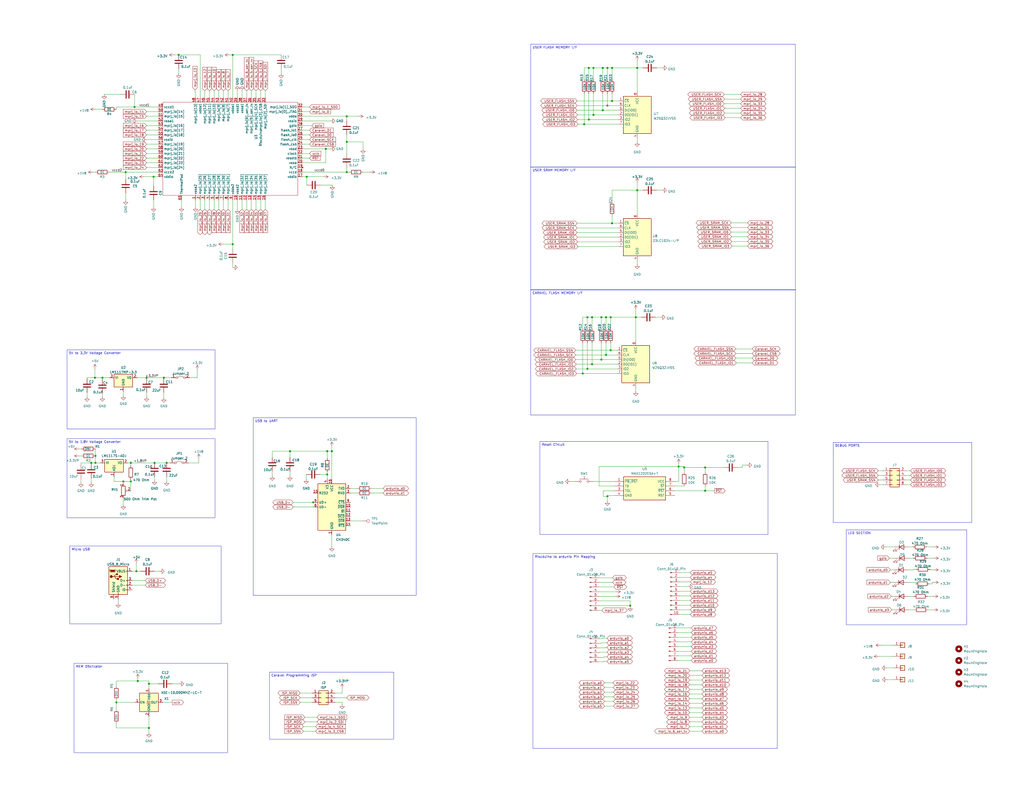
<source format=kicad_sch>
(kicad_sch (version 20230121) (generator eeschema)
  (paper "C")
  (title_block (date "2023-07-21") (rev "1.0.2"))
  (junction (at 347.726 37.084))
  (junction (at 81.28 373.38))
  (junction (at 71.374 262.89))
  (junction (at 178.562 259.08))
  (junction (at 334.01 55.118))
  (junction (at 328.93 37.084))
  (junction (at 80.01 206.248))
  (junction (at 67.31 262.89))
  (junction (at 321.31 37.084))
  (junction (at 323.088 173.228))
  (junction (at 189.23 93.98))
  (junction (at 323.85 37.084))
  (junction (at 331.47 57.658))
  (junction (at 84.328 252.73))
  (junction (at 384.81 267.97))
  (junction (at 68.58 93.98))
  (junction (at 323.85 62.738))
  (junction (at 75.184 371.856))
  (junction (at 320.548 201.422))
  (junction (at 189.23 77.47))
  (junction (at 334.01 121.92))
  (junction (at 330.708 193.802))
  (junction (at 73.406 58.42))
  (junction (at 331.47 37.084))
  (junction (at 331.47 271.018))
  (junction (at 127 133.35))
  (junction (at 323.088 198.882))
  (junction (at 370.332 254.762))
  (junction (at 97.536 29.972))
  (junction (at 71.374 252.73))
  (junction (at 343.916 330.708))
  (junction (at 318.77 67.818))
  (junction (at 74.422 311.912))
  (junction (at 89.408 206.248))
  (junction (at 333.248 173.228))
  (junction (at 63.5 383.54))
  (junction (at 189.23 63.5))
  (junction (at 52.07 252.73))
  (junction (at 333.248 191.262))
  (junction (at 83.82 96.52))
  (junction (at 177.8 81.28))
  (junction (at 318.008 203.962))
  (junction (at 328.93 60.198))
  (junction (at 170.942 274.32))
  (junction (at 328.168 196.342))
  (junction (at 330.708 173.228))
  (junction (at 181.102 246.38))
  (junction (at 49.784 252.73))
  (junction (at 90.932 252.73))
  (junction (at 167.386 96.52))
  (junction (at 334.01 37.084))
  (junction (at 328.168 173.228))
  (junction (at 158.242 246.38))
  (junction (at 81.28 397.51))
  (junction (at 347.726 103.886))
  (junction (at 127 29.972))
  (junction (at 51.816 206.248))
  (junction (at 384.81 255.27))
  (junction (at 178.562 246.38))
  (junction (at 52.07 248.92))
  (junction (at 321.31 65.278))
  (junction (at 346.964 173.228))
  (junction (at 320.548 173.228))
  (junction (at 55.88 206.248))
  (junction (at 373.38 255.27))
  (wire (pts (xy 334.01 55.118) (xy 337.566 55.118)))
  (wire (pts (xy 44.196 261.366) (xy 44.196 263.398)))
  (wire (pts (xy 106.426 50.292) (xy 106.426 49.022)))
  (wire (pts (xy 343.916 330.708) (xy 343.916 328.168)))
  (wire (pts (xy 181.102 292.1) (xy 181.102 298.45)))
  (wire (pts (xy 376.428 381.508) (xy 383.032 381.508)))
  (wire (pts (xy 47.498 206.248) (xy 51.816 206.248)))
  (wire (pts (xy 330.708 173.228) (xy 333.248 173.228)))
  (wire (pts (xy 144.78 49.53) (xy 144.78 53.34)))
  (wire (pts (xy 500.38 318.008) (xy 495.554 318.008)))
  (wire (pts (xy 80.01 76.2) (xy 86.36 76.2)))
  (wire (pts (xy 376.428 386.588) (xy 383.032 386.588)))
  (wire (pts (xy 97.536 29.972) (xy 94.996 29.972)))
  (wire (pts (xy 44.196 252.73) (xy 49.784 252.73)))
  (wire (pts (xy 71.374 252.73) (xy 71.374 254.254)))
  (wire (pts (xy 370.078 345.44) (xy 377.19 345.44)))
  (wire (pts (xy 89.408 214.376) (xy 89.408 217.17)))
  (wire (pts (xy 178.562 246.38) (xy 181.102 246.38)))
  (wire (pts (xy 328.93 37.084) (xy 331.47 37.084)))
  (wire (pts (xy 370.078 358.14) (xy 377.19 358.14)))
  (wire (pts (xy 508.762 318.77) (xy 508.762 318.008)))
  (wire (pts (xy 329.184 361.188) (xy 331.216 361.188)))
  (wire (pts (xy 81.28 391.16) (xy 81.28 397.51)))
  (wire (pts (xy 494.538 264.668) (xy 496.824 264.668)))
  (wire (pts (xy 335.28 265.43) (xy 326.898 265.43)))
  (wire (pts (xy 331.216 351.028) (xy 328.168 351.028)))
  (wire (pts (xy 74.93 66.04) (xy 86.36 66.04)))
  (wire (pts (xy 167.132 259.08) (xy 167.132 261.62)))
  (wire (pts (xy 330.708 193.802) (xy 336.804 193.802)))
  (wire (pts (xy 370.078 353.06) (xy 377.444 353.06)))
  (wire (pts (xy 109.22 53.34) (xy 109.22 29.972)))
  (wire (pts (xy 326.898 348.742) (xy 328.676 348.742)))
  (wire (pts (xy 97.536 40.132) (xy 97.536 37.592)))
  (wire (pts (xy 479.298 259.588) (xy 481.838 259.588)))
  (wire (pts (xy 498.602 310.896) (xy 498.602 311.15)))
  (wire (pts (xy 81.28 397.51) (xy 81.28 400.05)))
  (wire (pts (xy 331.47 57.658) (xy 337.566 57.658)))
  (wire (pts (xy 114.3 109.22) (xy 114.3 114.3)))
  (wire (pts (xy 496.062 332.994) (xy 498.856 332.994)))
  (wire (pts (xy 80.01 71.12) (xy 86.36 71.12)))
  (wire (pts (xy 500.38 318.77) (xy 500.38 318.008)))
  (wire (pts (xy 116.84 109.22) (xy 116.84 114.3)))
  (wire (pts (xy 181.102 243.84) (xy 181.102 246.38)))
  (wire (pts (xy 198.12 81.28) (xy 198.12 77.47)))
  (wire (pts (xy 165.1 58.42) (xy 168.91 58.42)))
  (wire (pts (xy 83.82 109.22) (xy 83.82 113.03)))
  (wire (pts (xy 347.726 103.886) (xy 350.774 103.886)))
  (wire (pts (xy 373.38 255.27) (xy 373.38 254.762)))
  (wire (pts (xy 370.84 320.294) (xy 375.412 320.294)))
  (wire (pts (xy 314.452 198.882) (xy 323.088 198.882)))
  (wire (pts (xy 333.248 187.198) (xy 333.248 191.262)))
  (wire (pts (xy 401.828 198.12) (xy 410.464 198.12)))
  (wire (pts (xy 329.184 361.442) (xy 329.184 361.188)))
  (wire (pts (xy 63.5 397.51) (xy 63.5 394.97)))
  (wire (pts (xy 328.676 348.488) (xy 331.216 348.488)))
  (wire (pts (xy 331.47 270.51) (xy 331.47 271.018)))
  (wire (pts (xy 507.492 310.896) (xy 506.984 310.896)))
  (wire (pts (xy 321.31 43.434) (xy 321.31 37.084)))
  (wire (pts (xy 395.478 61.722) (xy 404.114 61.722)))
  (wire (pts (xy 373.38 255.27) (xy 384.81 255.27)))
  (wire (pts (xy 63.5 59.69) (xy 63.5 58.42)))
  (wire (pts (xy 81.28 397.51) (xy 63.5 397.51)))
  (wire (pts (xy 326.898 330.708) (xy 343.916 330.708)))
  (wire (pts (xy 51.816 206.248) (xy 55.88 206.248)))
  (wire (pts (xy 182.88 383.54) (xy 186.69 383.54)))
  (wire (pts (xy 376.428 373.888) (xy 383.032 373.888)))
  (wire (pts (xy 384.81 255.27) (xy 384.81 257.81)))
  (wire (pts (xy 376.428 399.288) (xy 383.032 399.288)))
  (wire (pts (xy 320.548 201.422) (xy 336.804 201.422)))
  (wire (pts (xy 129.54 109.22) (xy 129.54 114.3)))
  (wire (pts (xy 47.498 214.376) (xy 47.498 216.662)))
  (wire (pts (xy 68.58 93.98) (xy 68.58 97.79)))
  (wire (pts (xy 62.23 262.89) (xy 67.31 262.89)))
  (wire (pts (xy 97.79 373.38) (xy 93.98 373.38)))
  (wire (pts (xy 165.1 88.9) (xy 177.8 88.9)))
  (wire (pts (xy 399.034 121.666) (xy 407.924 121.666)))
  (wire (pts (xy 71.374 262.89) (xy 71.374 267.97)))
  (wire (pts (xy 80.01 63.5) (xy 86.36 63.5)))
  (wire (pts (xy 483.87 364.744) (xy 487.426 364.744)))
  (wire (pts (xy 148.59 257.302) (xy 148.59 259.842)))
  (wire (pts (xy 399.288 129.286) (xy 407.924 129.286)))
  (wire (pts (xy 43.18 245.11) (xy 44.45 245.11)))
  (wire (pts (xy 399.288 124.206) (xy 407.924 124.206)))
  (wire (pts (xy 165.608 396.748) (xy 172.212 396.748)))
  (wire (pts (xy 405.13 255.27) (xy 405.13 254)))
  (wire (pts (xy 165.1 76.2) (xy 168.91 76.2)))
  (wire (pts (xy 395.224 56.642) (xy 404.114 56.642)))
  (wire (pts (xy 315.214 62.738) (xy 323.85 62.738)))
  (wire (pts (xy 395.478 59.182) (xy 404.114 59.182)))
  (wire (pts (xy 370.078 342.9) (xy 377.19 342.9)))
  (wire (pts (xy 99.06 109.22) (xy 99.06 113.03)))
  (wire (pts (xy 370.84 315.214) (xy 376.682 315.214)))
  (wire (pts (xy 329.692 358.648) (xy 331.216 358.648)))
  (wire (pts (xy 480.568 352.298) (xy 487.426 352.298)))
  (wire (pts (xy 64.516 327.152) (xy 64.516 329.184)))
  (wire (pts (xy 84.328 252.73) (xy 90.932 252.73)))
  (wire (pts (xy 323.85 262.89) (xy 335.28 262.89)))
  (wire (pts (xy 347.726 75.438) (xy 347.726 77.47)))
  (wire (pts (xy 51.816 201.422) (xy 51.816 206.248)))
  (wire (pts (xy 315.214 132.08) (xy 337.566 132.08)))
  (wire (pts (xy 323.088 187.198) (xy 323.088 198.882)))
  (wire (pts (xy 106.68 50.292) (xy 106.68 53.34)))
  (wire (pts (xy 328.168 179.578) (xy 328.168 173.228)))
  (wire (pts (xy 334.01 103.886) (xy 334.01 110.236)))
  (wire (pts (xy 486.41 325.628) (xy 488.188 325.628)))
  (wire (pts (xy 49.784 252.73) (xy 52.07 252.73)))
  (wire (pts (xy 165.1 83.82) (xy 168.91 83.82)))
  (wire (pts (xy 71.374 261.874) (xy 71.374 262.89)))
  (wire (pts (xy 331.47 273.558) (xy 331.47 271.018)))
  (wire (pts (xy 181.356 101.092) (xy 175.006 101.092)))
  (wire (pts (xy 346.964 169.164) (xy 346.964 173.228)))
  (wire (pts (xy 328.168 351.282) (xy 326.898 351.282)))
  (wire (pts (xy 323.85 37.084) (xy 323.85 43.434)))
  (wire (pts (xy 71.374 267.97) (xy 71.12 267.97)))
  (wire (pts (xy 127 29.972) (xy 153.416 29.972)))
  (wire (pts (xy 129.54 49.53) (xy 129.54 53.34)))
  (wire (pts (xy 189.23 77.47) (xy 189.23 83.82)))
  (wire (pts (xy 165.1 63.5) (xy 189.23 63.5)))
  (wire (pts (xy 318.008 203.962) (xy 336.804 203.962)))
  (wire (pts (xy 163.83 383.54) (xy 170.18 383.54)))
  (wire (pts (xy 314.96 57.658) (xy 331.47 57.658)))
  (wire (pts (xy 67.31 213.868) (xy 67.31 215.9)))
  (wire (pts (xy 167.386 96.52) (xy 165.1 96.52)))
  (wire (pts (xy 318.008 187.198) (xy 318.008 203.962)))
  (wire (pts (xy 331.47 270.51) (xy 335.28 270.51)))
  (wire (pts (xy 314.198 193.802) (xy 330.708 193.802)))
  (wire (pts (xy 127 143.51) (xy 127 146.05)))
  (wire (pts (xy 160.02 274.32) (xy 170.942 274.32)))
  (wire (pts (xy 139.7 49.53) (xy 139.7 53.34)))
  (wire (pts (xy 59.69 93.98) (xy 68.58 93.98)))
  (wire (pts (xy 370.332 262.89) (xy 368.3 262.89)))
  (wire (pts (xy 486.664 332.994) (xy 488.442 332.994)))
  (wire (pts (xy 395.732 64.262) (xy 404.114 64.262)))
  (wire (pts (xy 67.31 262.89) (xy 67.31 264.16)))
  (wire (pts (xy 318.77 37.084) (xy 321.31 37.084)))
  (wire (pts (xy 329.946 377.952) (xy 334.772 377.952)))
  (wire (pts (xy 328.168 173.228) (xy 330.708 173.228)))
  (wire (pts (xy 500.38 318.77) (xy 499.618 318.77)))
  (wire (pts (xy 84.328 311.912) (xy 87.122 311.912)))
  (wire (pts (xy 181.102 246.38) (xy 181.102 261.62)))
  (wire (pts (xy 174.752 259.08) (xy 178.562 259.08)))
  (wire (pts (xy 368.3 267.97) (xy 384.81 267.97)))
  (wire (pts (xy 81.28 371.856) (xy 81.28 373.38)))
  (wire (pts (xy 507.238 318.77) (xy 508.762 318.77)))
  (wire (pts (xy 401.574 190.5) (xy 410.464 190.5)))
  (wire (pts (xy 72.136 316.992) (xy 79.248 316.992)))
  (wire (pts (xy 506.476 332.994) (xy 509.27 332.994)))
  (wire (pts (xy 328.168 196.342) (xy 336.804 196.342)))
  (wire (pts (xy 330.454 353.568) (xy 331.216 353.568)))
  (wire (pts (xy 191.262 269.24) (xy 195.072 269.24)))
  (wire (pts (xy 189.23 73.66) (xy 189.23 77.47)))
  (wire (pts (xy 132.08 49.53) (xy 132.08 53.34)))
  (wire (pts (xy 167.386 96.52) (xy 167.386 101.092)))
  (wire (pts (xy 55.88 206.248) (xy 59.69 206.248)))
  (wire (pts (xy 198.12 77.47) (xy 189.23 77.47)))
  (wire (pts (xy 318.008 173.228) (xy 318.008 179.578)))
  (wire (pts (xy 63.5 383.54) (xy 73.66 383.54)))
  (wire (pts (xy 370.84 325.374) (xy 376.682 325.374)))
  (wire (pts (xy 178.562 246.38) (xy 178.562 250.19)))
  (wire (pts (xy 182.88 381) (xy 189.23 381)))
  (wire (pts (xy 498.602 310.896) (xy 499.872 310.896)))
  (wire (pts (xy 314.96 121.92) (xy 334.01 121.92)))
  (wire (pts (xy 376.428 396.748) (xy 383.032 396.748)))
  (wire (pts (xy 323.85 62.738) (xy 337.566 62.738)))
  (wire (pts (xy 134.62 109.22) (xy 134.62 114.3)))
  (wire (pts (xy 320.548 173.228) (xy 323.088 173.228)))
  (wire (pts (xy 328.93 60.198) (xy 337.566 60.198)))
  (wire (pts (xy 331.47 37.084) (xy 334.01 37.084)))
  (wire (pts (xy 160.02 276.86) (xy 170.942 276.86)))
  (wire (pts (xy 170.942 274.32) (xy 171.45 274.32)))
  (wire (pts (xy 80.01 88.9) (xy 86.36 88.9)))
  (wire (pts (xy 109.22 109.22) (xy 109.22 114.3)))
  (wire (pts (xy 331.47 51.054) (xy 331.47 57.658)))
  (wire (pts (xy 494.538 259.588) (xy 496.824 259.588)))
  (wire (pts (xy 370.84 317.754) (xy 376.682 317.754)))
  (wire (pts (xy 326.898 315.468) (xy 334.264 315.468)))
  (wire (pts (xy 314.198 191.262) (xy 333.248 191.262)))
  (wire (pts (xy 62.23 260.35) (xy 62.23 262.89)))
  (wire (pts (xy 405.13 255.27) (xy 402.59 255.27)))
  (wire (pts (xy 329.946 372.872) (xy 334.518 372.872)))
  (wire (pts (xy 52.07 59.69) (xy 55.88 59.69)))
  (wire (pts (xy 311.15 262.89) (xy 313.69 262.89)))
  (wire (pts (xy 84.328 260.35) (xy 84.328 262.128)))
  (wire (pts (xy 479.298 257.048) (xy 481.838 257.048)))
  (wire (pts (xy 318.008 173.228) (xy 320.548 173.228)))
  (wire (pts (xy 357.632 173.228) (xy 360.426 173.228)))
  (wire (pts (xy 329.946 383.032) (xy 334.772 383.032)))
  (wire (pts (xy 127 133.35) (xy 127 135.89)))
  (wire (pts (xy 80.01 78.74) (xy 86.36 78.74)))
  (wire (pts (xy 72.136 319.532) (xy 79.248 319.532)))
  (wire (pts (xy 506.984 310.896) (xy 506.984 311.15)))
  (wire (pts (xy 334.01 103.886) (xy 347.726 103.886)))
  (wire (pts (xy 186.69 378.46) (xy 186.69 375.92)))
  (wire (pts (xy 186.69 383.54) (xy 186.69 384.556)))
  (wire (pts (xy 158.242 257.302) (xy 158.242 259.842)))
  (wire (pts (xy 484.124 371.094) (xy 487.426 371.094)))
  (wire (pts (xy 395.224 51.562) (xy 404.114 51.562)))
  (wire (pts (xy 329.946 380.492) (xy 334.772 380.492)))
  (wire (pts (xy 508.762 318.008) (xy 509.524 318.008)))
  (wire (pts (xy 189.23 93.98) (xy 190.5 93.98)))
  (wire (pts (xy 315.468 134.62) (xy 337.566 134.62)))
  (wire (pts (xy 107.696 206.248) (xy 103.632 206.248)))
  (wire (pts (xy 166.37 394.208) (xy 172.974 394.208)))
  (wire (pts (xy 320.548 179.578) (xy 320.548 173.228)))
  (wire (pts (xy 328.93 51.054) (xy 328.93 60.198)))
  (wire (pts (xy 165.1 93.98) (xy 189.23 93.98)))
  (wire (pts (xy 68.58 93.98) (xy 86.36 93.98)))
  (wire (pts (xy 370.84 327.914) (xy 376.682 327.914)))
  (wire (pts (xy 116.84 49.53) (xy 116.84 53.34)))
  (wire (pts (xy 358.394 37.084) (xy 361.188 37.084)))
  (wire (pts (xy 166.37 391.668) (xy 172.974 391.668)))
  (wire (pts (xy 323.088 198.882) (xy 336.804 198.882)))
  (wire (pts (xy 124.46 49.53) (xy 124.46 53.34)))
  (wire (pts (xy 72.136 311.912) (xy 74.422 311.912)))
  (wire (pts (xy 346.964 211.582) (xy 346.964 213.614)))
  (wire (pts (xy 326.898 333.248) (xy 328.422 333.248)))
  (wire (pts (xy 89.408 206.248) (xy 93.472 206.248)))
  (wire (pts (xy 114.3 49.53) (xy 114.3 53.34)))
  (wire (pts (xy 347.726 142.24) (xy 347.726 144.272)))
  (wire (pts (xy 315.214 65.278) (xy 321.31 65.278)))
  (wire (pts (xy 333.248 173.228) (xy 346.964 173.228)))
  (wire (pts (xy 106.68 109.22) (xy 106.68 113.03)))
  (wire (pts (xy 506.984 311.15) (xy 509.524 311.15)))
  (wire (pts (xy 81.28 373.38) (xy 81.28 375.92)))
  (wire (pts (xy 329.692 358.902) (xy 329.692 358.648)))
  (wire (pts (xy 323.85 37.084) (xy 328.93 37.084)))
  (wire (pts (xy 329.184 267.97) (xy 329.184 271.018)))
  (wire (pts (xy 347.726 33.02) (xy 347.726 37.084)))
  (wire (pts (xy 333.248 173.228) (xy 333.248 179.578)))
  (wire (pts (xy 334.01 117.856) (xy 334.01 121.92)))
  (wire (pts (xy 368.3 265.43) (xy 373.38 265.43)))
  (wire (pts (xy 139.7 109.22) (xy 139.7 114.3)))
  (wire (pts (xy 331.216 356.108) (xy 326.898 356.108)))
  (wire (pts (xy 326.898 323.088) (xy 336.042 323.088)))
  (wire (pts (xy 165.1 71.12) (xy 168.91 71.12)))
  (wire (pts (xy 315.214 129.54) (xy 337.566 129.54)))
  (wire (pts (xy 56.896 51.562) (xy 65.786 51.562)))
  (wire (pts (xy 73.406 58.42) (xy 86.36 58.42)))
  (wire (pts (xy 376.428 394.208) (xy 383.032 394.208)))
  (wire (pts (xy 326.898 265.43) (xy 326.898 254.762)))
  (wire (pts (xy 485.902 311.15) (xy 487.934 311.15)))
  (wire (pts (xy 111.76 49.53) (xy 111.76 53.34)))
  (wire (pts (xy 323.088 173.228) (xy 323.088 179.578)))
  (wire (pts (xy 326.898 358.902) (xy 329.692 358.902)))
  (wire (pts (xy 314.198 196.342) (xy 328.168 196.342)))
  (wire (pts (xy 44.196 252.73) (xy 44.196 253.746)))
  (wire (pts (xy 165.1 68.58) (xy 170.18 68.58)))
  (wire (pts (xy 80.01 91.44) (xy 86.36 91.44)))
  (wire (pts (xy 148.59 249.682) (xy 148.59 246.38)))
  (wire (pts (xy 165.1 86.36) (xy 168.91 86.36)))
  (wire (pts (xy 318.77 37.084) (xy 318.77 43.434)))
  (wire (pts (xy 90.932 252.73) (xy 92.71 252.73)))
  (wire (pts (xy 80.01 214.376) (xy 80.01 216.662)))
  (wire (pts (xy 376.428 384.048) (xy 383.032 384.048)))
  (wire (pts (xy 399.542 134.366) (xy 407.924 134.366)))
  (wire (pts (xy 321.31 37.084) (xy 323.85 37.084)))
  (wire (pts (xy 320.548 187.198) (xy 320.548 201.422)))
  (wire (pts (xy 158.242 246.38) (xy 178.562 246.38)))
  (wire (pts (xy 496.062 304.8) (xy 498.348 304.8)))
  (wire (pts (xy 376.428 389.128) (xy 383.032 389.128)))
  (wire (pts (xy 55.88 214.884) (xy 55.88 216.662)))
  (wire (pts (xy 370.078 360.68) (xy 377.19 360.68)))
  (wire (pts (xy 63.5 371.856) (xy 75.184 371.856)))
  (wire (pts (xy 376.428 376.428) (xy 383.032 376.428)))
  (wire (pts (xy 370.078 355.6) (xy 377.19 355.6)))
  (wire (pts (xy 191.262 266.7) (xy 195.072 266.7)))
  (wire (pts (xy 399.034 126.746) (xy 407.924 126.746)))
  (wire (pts (xy 347.726 99.822) (xy 347.726 103.886)))
  (wire (pts (xy 165.1 66.04) (xy 180.34 66.04)))
  (wire (pts (xy 495.808 325.628) (xy 498.602 325.628)))
  (wire (pts (xy 347.726 37.084) (xy 350.774 37.084)))
  (wire (pts (xy 318.77 67.818) (xy 337.566 67.818)))
  (wire (pts (xy 498.602 311.15) (xy 495.554 311.15)))
  (wire (pts (xy 370.332 254.762) (xy 370.332 262.89)))
  (wire (pts (xy 107.696 201.93) (xy 107.696 206.248)))
  (wire (pts (xy 494.538 262.128) (xy 496.824 262.128)))
  (wire (pts (xy 479.552 358.394) (xy 487.426 358.394)))
  (wire (pts (xy 108.458 250.444) (xy 108.458 252.73)))
  (wire (pts (xy 142.24 49.53) (xy 142.24 53.34)))
  (wire (pts (xy 137.16 109.22) (xy 137.16 114.3)))
  (wire (pts (xy 384.81 267.97) (xy 389.89 267.97)))
  (wire (pts (xy 178.562 259.08) (xy 178.562 261.62)))
  (wire (pts (xy 80.01 86.36) (xy 86.36 86.36)))
  (wire (pts (xy 52.07 252.73) (xy 54.61 252.73)))
  (wire (pts (xy 119.38 109.22) (xy 119.38 114.3)))
  (wire (pts (xy 106.68 50.292) (xy 106.426 50.292)))
  (wire (pts (xy 323.088 173.228) (xy 328.168 173.228)))
  (wire (pts (xy 326.898 325.628) (xy 335.788 325.628)))
  (wire (pts (xy 328.93 43.434) (xy 328.93 37.084)))
  (wire (pts (xy 78.74 96.52) (xy 83.82 96.52)))
  (wire (pts (xy 125.476 29.972) (xy 127 29.972)))
  (wire (pts (xy 326.898 318.008) (xy 334.264 318.008)))
  (wire (pts (xy 347.726 116.84) (xy 347.726 103.886)))
  (wire (pts (xy 330.454 353.822) (xy 330.454 353.568)))
  (wire (pts (xy 165.608 399.288) (xy 172.212 399.288)))
  (wire (pts (xy 485.902 318.008) (xy 487.934 318.008)))
  (wire (pts (xy 127 109.22) (xy 127 133.35)))
  (wire (pts (xy 370.078 350.52) (xy 377.19 350.52)))
  (wire (pts (xy 321.31 65.278) (xy 337.566 65.278)))
  (wire (pts (xy 343.916 331.216) (xy 343.916 330.708)))
  (wire (pts (xy 314.96 60.198) (xy 328.93 60.198)))
  (wire (pts (xy 142.24 109.22) (xy 142.24 114.3)))
  (wire (pts (xy 485.394 304.8) (xy 488.442 304.8)))
  (wire (pts (xy 202.692 269.24) (xy 209.042 269.24)))
  (wire (pts (xy 323.85 51.054) (xy 323.85 62.738)))
  (wire (pts (xy 328.168 351.028) (xy 328.168 351.282)))
  (wire (pts (xy 80.01 73.66) (xy 86.36 73.66)))
  (wire (pts (xy 69.85 252.73) (xy 71.374 252.73)))
  (wire (pts (xy 52.07 248.92) (xy 52.07 252.73)))
  (wire (pts (xy 189.23 63.5) (xy 195.58 63.5)))
  (wire (pts (xy 121.92 49.53) (xy 121.92 53.34)))
  (wire (pts (xy 334.01 51.054) (xy 334.01 55.118)))
  (wire (pts (xy 505.714 298.704) (xy 509.524 298.704)))
  (wire (pts (xy 370.078 347.98) (xy 377.19 347.98)))
  (wire (pts (xy 177.8 88.9) (xy 177.8 81.28)))
  (wire (pts (xy 80.01 206.248) (xy 80.01 206.756)))
  (wire (pts (xy 83.82 96.52) (xy 86.36 96.52)))
  (wire (pts (xy 328.168 187.198) (xy 328.168 196.342)))
  (wire (pts (xy 111.76 109.22) (xy 111.76 114.3)))
  (wire (pts (xy 74.422 307.594) (xy 74.422 311.912)))
  (wire (pts (xy 163.83 381) (xy 170.18 381)))
  (wire (pts (xy 158.242 249.682) (xy 158.242 246.38)))
  (wire (pts (xy 90.932 260.35) (xy 90.932 262.636)))
  (wire (pts (xy 331.47 37.084) (xy 331.47 43.434)))
  (wire (pts (xy 479.298 262.128) (xy 481.838 262.128)))
  (wire (pts (xy 395.478 54.102) (xy 404.114 54.102)))
  (wire (pts (xy 376.428 378.968) (xy 383.032 378.968)))
  (wire (pts (xy 163.83 378.46) (xy 170.18 378.46)))
  (wire (pts (xy 67.31 271.78) (xy 67.31 275.59)))
  (wire (pts (xy 376.428 371.348) (xy 383.032 371.348)))
  (wire (pts (xy 63.5 58.42) (xy 73.406 58.42)))
  (wire (pts (xy 483.362 298.704) (xy 488.188 298.704)))
  (wire (pts (xy 370.84 312.674) (xy 376.682 312.674)))
  (wire (pts (xy 108.458 252.73) (xy 102.87 252.73)))
  (wire (pts (xy 326.898 328.168) (xy 343.916 328.168)))
  (wire (pts (xy 75.184 370.586) (xy 75.184 371.856)))
  (wire (pts (xy 148.59 246.38) (xy 158.242 246.38)))
  (wire (pts (xy 189.23 63.5) (xy 189.23 66.04)))
  (wire (pts (xy 347.726 50.038) (xy 347.726 37.084)))
  (wire (pts (xy 330.708 173.228) (xy 330.708 179.578)))
  (wire (pts (xy 370.84 322.834) (xy 376.682 322.834)))
  (wire (pts (xy 505.968 304.8) (xy 509.524 304.8)))
  (wire (pts (xy 376.428 391.668) (xy 383.032 391.668)))
  (wire (pts (xy 326.898 361.442) (xy 329.184 361.442)))
  (wire (pts (xy 80.01 81.28) (xy 86.36 81.28)))
  (wire (pts (xy 370.332 253.238) (xy 370.332 254.762)))
  (wire (pts (xy 314.96 55.118) (xy 334.01 55.118)))
  (wire (pts (xy 89.408 206.248) (xy 89.408 206.756)))
  (wire (pts (xy 373.38 257.81) (xy 373.38 255.27)))
  (wire (pts (xy 346.964 173.228) (xy 350.012 173.228)))
  (wire (pts (xy 134.62 49.53) (xy 134.62 53.34)))
  (wire (pts (xy 334.01 121.92) (xy 337.566 121.92)))
  (wire (pts (xy 401.574 193.04) (xy 410.464 193.04)))
  (wire (pts (xy 370.84 330.454) (xy 376.682 330.454)))
  (wire (pts (xy 88.9 383.54) (xy 93.98 383.54)))
  (wire (pts (xy 326.898 320.548) (xy 335.026 320.548)))
  (wire (pts (xy 314.96 124.46) (xy 337.566 124.46)))
  (wire (pts (xy 376.428 366.268) (xy 383.032 366.268)))
  (wire (pts (xy 202.692 266.7) (xy 209.042 266.7)))
  (wire (pts (xy 47.498 206.756) (xy 47.498 206.248)))
  (wire (pts (xy 81.28 373.38) (xy 86.36 373.38)))
  (wire (pts (xy 494.538 257.048) (xy 496.824 257.048)))
  (wire (pts (xy 178.562 257.81) (xy 178.562 259.08)))
  (wire (pts (xy 52.07 245.11) (xy 52.07 248.92)))
  (wire (pts (xy 333.248 191.262) (xy 336.804 191.262)))
  (wire (pts (xy 384.81 265.43) (xy 384.81 267.97)))
  (wire (pts (xy 50.8 93.98) (xy 52.07 93.98)))
  (wire (pts (xy 132.08 109.22) (xy 132.08 114.3)))
  (wire (pts (xy 330.708 187.198) (xy 330.708 193.802)))
  (wire (pts (xy 127 133.35) (xy 121.92 133.35)))
  (wire (pts (xy 63.5 383.54) (xy 63.5 387.35)))
  (wire (pts (xy 67.31 262.89) (xy 71.374 262.89)))
  (wire (pts (xy 321.31 51.054) (xy 321.31 65.278)))
  (wire (pts (xy 376.428 368.808) (xy 383.032 368.808)))
  (wire (pts (xy 335.28 267.97) (xy 329.184 267.97)))
  (wire (pts (xy 137.16 49.53) (xy 137.16 53.34)))
  (wire (pts (xy 144.78 109.22) (xy 144.78 114.3)))
  (wire (pts (xy 384.81 255.27) (xy 394.97 255.27)))
  (wire (pts (xy 80.01 83.82) (xy 86.36 83.82)))
  (wire (pts (xy 326.898 356.108) (xy 326.898 356.362)))
  (wire (pts (xy 373.38 254.762) (xy 370.332 254.762)))
  (wire (pts (xy 124.46 109.22) (xy 124.46 114.3)))
  (wire (pts (xy 74.422 311.912) (xy 76.708 311.912)))
  (wire (pts (xy 314.452 201.422) (xy 320.548 201.422)))
  (wire (pts (xy 75.184 371.856) (xy 81.28 371.856)))
  (wire (pts (xy 326.898 353.822) (xy 330.454 353.822)))
  (wire (pts (xy 328.676 348.742) (xy 328.676 348.488)))
  (wire (pts (xy 74.93 206.248) (xy 80.01 206.248)))
  (wire (pts (xy 399.288 131.826) (xy 407.924 131.826)))
  (wire (pts (xy 326.898 254.762) (xy 370.332 254.762)))
  (wire (pts (xy 165.1 78.74) (xy 168.91 78.74)))
  (wire (pts (xy 198.12 93.98) (xy 201.93 93.98)))
  (wire (pts (xy 334.01 37.084) (xy 334.01 43.434)))
  (wire (pts (xy 153.416 40.132) (xy 153.416 37.592)))
  (wire (pts (xy 127 29.972) (xy 127 53.34)))
  (wire (pts (xy 63.5 371.856) (xy 63.5 374.65)))
  (wire (pts (xy 370.84 332.994) (xy 376.682 332.994)))
  (wire (pts (xy 370.84 335.534) (xy 376.682 335.534)))
  (wire (pts (xy 165.1 60.96) (xy 168.91 60.96)))
  (wire (pts (xy 405.13 254) (xy 407.67 254)))
  (wire (pts (xy 165.1 73.66) (xy 168.91 73.66)))
  (wire (pts (xy 318.77 51.054) (xy 318.77 67.818)))
  (wire (pts (xy 480.314 264.668) (xy 481.838 264.668)))
  (wire (pts (xy 73.406 51.562) (xy 73.406 58.42)))
  (wire (pts (xy 83.82 96.52) (xy 83.82 101.6)))
  (wire (pts (xy 315.468 67.818) (xy 318.77 67.818)))
  (wire (pts (xy 329.946 385.572) (xy 334.772 385.572)))
  (wire (pts (xy 80.01 206.248) (xy 89.408 206.248)))
  (wire (pts (xy 334.01 37.084) (xy 347.726 37.084)))
  (wire (pts (xy 167.386 96.52) (xy 176.53 96.52)))
  (wire (pts (xy 63.5 382.27) (xy 63.5 383.54)))
  (wire (pts (xy 314.706 203.962) (xy 318.008 203.962)))
  (wire (pts (xy 329.946 375.412) (xy 334.518 375.412)))
  (wire (pts (xy 314.96 127) (xy 337.566 127)))
  (wire (pts (xy 495.808 298.704) (xy 498.094 298.704)))
  (wire (pts (xy 49.784 261.112) (xy 49.784 263.398)))
  (wire (pts (xy 43.18 248.92) (xy 44.45 248.92)))
  (wire (pts (xy 346.964 186.182) (xy 346.964 173.228)))
  (wire (pts (xy 191.262 284.48) (xy 197.612 284.48)))
  (wire (pts (xy 506.222 325.628) (xy 509.27 325.628)))
  (wire (pts (xy 401.574 195.58) (xy 410.464 195.58)))
  (wire (pts (xy 119.38 49.53) (xy 119.38 53.34)))
  (wire (pts (xy 71.374 252.73) (xy 84.328 252.73)))
  (wire (pts (xy 109.22 29.972) (xy 97.536 29.972)))
  (wire (pts (xy 329.184 271.018) (xy 331.47 271.018)))
  (wire (pts (xy 49.784 253.492) (xy 49.784 252.73)))
  (wire (pts (xy 80.01 68.58) (xy 86.36 68.58)))
  (wire (pts (xy 182.88 378.46) (xy 186.69 378.46)))
  (wire (pts (xy 189.23 91.44) (xy 189.23 93.98)))
  (wire (pts (xy 68.58 105.41) (xy 68.58 109.22)))
  (wire (pts (xy 80.01 60.96) (xy 86.36 60.96)))
  (wire (pts (xy 121.92 109.22) (xy 121.92 114.3)))
  (wire (pts (xy 165.1 81.28) (xy 177.8 81.28)))
  (wire (pts (xy 177.8 81.28) (xy 180.34 81.28)))
  (wire (pts (xy 55.88 207.264) (xy 55.88 206.248)))
  (wire (pts (xy 358.394 103.886) (xy 361.188 103.886)))
  (text_box "MEM OScillator" (at 40.386 362.204 0) (size 83.82 48.768) (effects (font (size 1.27 1.27)) (justify left top)))
  (text_box "5V to 3.3V Voltage Converter" (at 36.576 191.008 0) (size 80.772 43.18) (effects (font (size 1.27 1.27)) (justify left top)))
  (text_box "LED SECTION" (at 461.772 289.306 0) (size 65.786 51.816) (effects (font (size 1.27 1.27)) (justify left top)))
  (text_box "Riscduino to ardunio Pin Mapping" (at 290.83 302.26 0) (size 133.35 106.426) (effects (font (size 1.27 1.27)) (justify left top)))
  (text_box "Micro USB" (at 38.1 298.196 0) (size 82.55 42.418) (effects (font (size 1.27 1.27)) (justify left top)))
  (text_box "USB to UART" (at 138.176 228.092 0) (size 88.9 97.028) (effects (font (size 1.27 1.27)) (justify left top)))
  (text_box "USER SRAM MEMORY I/F" (at 289.56 91.186 0) (size 144.526 67.056) (effects (font (size 1.27 1.27)) (justify left top)))
  (text_box "DEBUG PORTS" (at 454.66 241.554 0) (size 75.692 43.688) (effects (font (size 1.27 1.27)) (justify left top)))
  (text_box "Caravel Programming ISP" (at 147.066 367.03 0) (size 67.818 36.576) (effects (font (size 1.27 1.27)) (justify left top)))
  (text_box "USER FLASH MEMORY I/F" (at 289.56 24.13 0) (size 144.526 67.056) (effects (font (size 1.27 1.27)) (justify left top)))
  (text_box "5V to 1.8V Voltage Converter" (at 36.576 239.522 0) (size 80.772 43.18) (effects (font (size 1.27 1.27)) (justify left top)))
  (text_box "Reset Circuit" (at 294.64 241.046 0) (size 124.46 50.8) (effects (font (size 1.27 1.27)) (justify left top)))
  (text_box "CARAVEL FLASH MEMORY I/F" (at 289.56 158.242 0) (size 144.526 68.326) (effects (font (size 1.27 1.27)) (justify left top)))
  (label "vccd0" (at 171.45 93.98 0))
  (label "vccd1" (at 75.946 58.42 0))
  (label "+1.8VP" (at 72.898 252.73 0))
  (label "vccd2" (at 60.96 93.98 0))
  (label "+3.3VP" (at 79.248 206.248 0))
  (global_label "USER_FLASH_SCK" (shape bidirectional) (at 395.224 51.562 180) (property "Intersheetrefs" "${INTERSHEET_REFS}" (effects hide)))
  (global_label "ardunio_d1" (shape input) (at 485.902 318.008 180) (property "Intersheetrefs" "${INTERSHEET_REFS}" (effects hide)))
  (global_label "mprj_io_12" (shape input) (at 111.76 49.53 90) (property "Intersheetrefs" "${INTERSHEET_REFS}" (effects hide)))
  (global_label "ardunio_a1" (shape bidirectional) (at 331.216 351.028 0) (property "Intersheetrefs" "${INTERSHEET_REFS}" (effects hide)))
  (global_label "USER_FLASH_SSN" (shape bidirectional) (at 314.96 55.118 180) (property "Intersheetrefs" "${INTERSHEET_REFS}" (effects hide)))
  (global_label "mprj_io_25" (shape bidirectional) (at 109.22 114.3 270) (property "Intersheetrefs" "${INTERSHEET_REFS}" (effects hide)))
  (global_label "ardunio_d6" (shape bidirectional) (at 383.032 384.048 0) (property "Intersheetrefs" "${INTERSHEET_REFS}" (effects hide)))
  (global_label "mprj_io_24" (shape bidirectional) (at 334.772 377.952 0) (property "Intersheetrefs" "${INTERSHEET_REFS}" (effects hide)))
  (global_label "ISP_MISO" (shape bidirectional) (at 163.83 378.46 180) (property "Intersheetrefs" "${INTERSHEET_REFS}" (effects hide)))
  (global_label "ardunio_d7" (shape bidirectional) (at 377.19 342.9 0) (property "Intersheetrefs" "${INTERSHEET_REFS}" (effects hide)))
  (global_label "ardunio_d1" (shape bidirectional) (at 383.032 396.748 0) (property "Intersheetrefs" "${INTERSHEET_REFS}" (effects hide)))
  (global_label "ardunio_a3" (shape bidirectional) (at 331.216 356.108 0) (property "Intersheetrefs" "${INTERSHEET_REFS}" (effects hide)))
  (global_label "USER_FLASH_SCK" (shape bidirectional) (at 479.298 257.048 180) (property "Intersheetrefs" "${INTERSHEET_REFS}" (effects hide)))
  (global_label "mprj_io_28" (shape input) (at 116.84 114.3 270) (property "Intersheetrefs" "${INTERSHEET_REFS}" (effects hide)))
  (global_label "mprj_io_31" (shape input) (at 124.46 114.3 270) (property "Intersheetrefs" "${INTERSHEET_REFS}" (effects hide)))
  (global_label "mprj_io_15" (shape input) (at 80.01 63.5 180) (property "Intersheetrefs" "${INTERSHEET_REFS}" (effects hide)))
  (global_label "mprj_io_16" (shape bidirectional) (at 376.428 378.968 180) (property "Intersheetrefs" "${INTERSHEET_REFS}" (effects hide)))
  (global_label "ardunio_a1" (shape bidirectional) (at 329.946 375.412 180) (property "Intersheetrefs" "${INTERSHEET_REFS}" (effects hide)))
  (global_label "USB_D-" (shape bidirectional) (at 79.248 319.532 0) (property "Intersheetrefs" "${INTERSHEET_REFS}" (effects hide)))
  (global_label "ardunio_d5" (shape bidirectional) (at 377.19 347.98 0) (property "Intersheetrefs" "${INTERSHEET_REFS}" (effects hide)))
  (global_label "mprj_io_22" (shape bidirectional) (at 334.518 372.872 0) (property "Intersheetrefs" "${INTERSHEET_REFS}" (effects hide)))
  (global_label "ISP_SCK" (shape bidirectional) (at 163.83 381 180) (property "Intersheetrefs" "${INTERSHEET_REFS}" (effects hide)))
  (global_label "ardunio_d1" (shape bidirectional) (at 209.042 269.24 0) (property "Intersheetrefs" "${INTERSHEET_REFS}" (effects hide)))
  (global_label "USER_FLASH_SSN" (shape bidirectional) (at 395.478 54.102 180) (property "Intersheetrefs" "${INTERSHEET_REFS}" (effects hide)))
  (global_label "ardunio_a3" (shape bidirectional) (at 329.946 380.492 180) (property "Intersheetrefs" "${INTERSHEET_REFS}" (effects hide)))
  (global_label "mprj_io_6_ser_tx" (shape bidirectional) (at 376.428 399.288 180) (property "Intersheetrefs" "${INTERSHEET_REFS}" (effects hide)))
  (global_label "mprj_io_7" (shape bidirectional) (at 376.428 396.748 180) (property "Intersheetrefs" "${INTERSHEET_REFS}" (effects hide)))
  (global_label "mprj_io_28" (shape bidirectional) (at 404.114 51.562 0) (property "Intersheetrefs" "${INTERSHEET_REFS}" (effects hide)))
  (global_label "mprj_io_7" (shape input) (at 124.46 49.53 90) (property "Intersheetrefs" "${INTERSHEET_REFS}" (effects hide)))
  (global_label "mprj_io_8" (shape bidirectional) (at 376.428 394.208 180) (property "Intersheetrefs" "${INTERSHEET_REFS}" (effects hide)))
  (global_label "mprj_io_25" (shape bidirectional) (at 334.772 380.492 0) (property "Intersheetrefs" "${INTERSHEET_REFS}" (effects hide)))
  (global_label "mprj_io_11" (shape input) (at 114.3 49.53 90) (property "Intersheetrefs" "${INTERSHEET_REFS}" (effects hide)))
  (global_label "ardunio_d11" (shape bidirectional) (at 383.032 371.348 0) (property "Intersheetrefs" "${INTERSHEET_REFS}" (effects hide)))
  (global_label "mprj_io_13" (shape input) (at 106.426 49.022 90) (property "Intersheetrefs" "${INTERSHEET_REFS}" (effects hide)))
  (global_label "ardunio_a5" (shape bidirectional) (at 329.946 385.572 180) (property "Intersheetrefs" "${INTERSHEET_REFS}" (effects hide)))
  (global_label "USER_FLASH_IO2" (shape bidirectional) (at 395.478 61.722 180) (property "Intersheetrefs" "${INTERSHEET_REFS}" (effects hide)))
  (global_label "ardunio_a0" (shape bidirectional) (at 331.216 348.488 0) (property "Intersheetrefs" "${INTERSHEET_REFS}" (effects hide)))
  (global_label "Caravel_CSB" (shape bidirectional) (at 410.464 193.04 0) (property "Intersheetrefs" "${INTERSHEET_REFS}" (effects hide)))
  (global_label "mprj_io_34" (shape input) (at 137.16 114.3 270) (property "Intersheetrefs" "${INTERSHEET_REFS}" (effects hide)))
  (global_label "ardunio_d3" (shape bidirectional) (at 377.19 353.06 0) (property "Intersheetrefs" "${INTERSHEET_REFS}" (effects hide)))
  (global_label "Caravel_SCK" (shape bidirectional) (at 410.464 190.5 0) (property "Intersheetrefs" "${INTERSHEET_REFS}" (effects hide)))
  (global_label "mprj_io_2_SDI" (shape input) (at 172.974 394.208 0) (property "Intersheetrefs" "${INTERSHEET_REFS}" (effects hide)))
  (global_label "USER_SRAM_SSN" (shape bidirectional) (at 399.288 124.206 180) (property "Intersheetrefs" "${INTERSHEET_REFS}" (effects hide)))
  (global_label "ISP_SCK" (shape input) (at 165.608 396.748 180) (property "Intersheetrefs" "${INTERSHEET_REFS}" (effects hide)))
  (global_label "mprj_io_6_ser_tx" (shape input) (at 134.62 49.53 90) (property "Intersheetrefs" "${INTERSHEET_REFS}" (effects hide)))
  (global_label "CARAVEL_FLASH_IO1" (shape bidirectional) (at 401.828 198.12 180) (property "Intersheetrefs" "${INTERSHEET_REFS}" (effects hide)))
  (global_label "Caravel_SCK" (shape input) (at 168.91 76.2 0) (property "Intersheetrefs" "${INTERSHEET_REFS}" (effects hide)))
  (global_label "mprj_io_29" (shape bidirectional) (at 404.114 54.102 0) (property "Intersheetrefs" "${INTERSHEET_REFS}" (effects hide)))
  (global_label "mprj_io_35" (shape bidirectional) (at 404.114 61.722 0) (property "Intersheetrefs" "${INTERSHEET_REFS}" (effects hide)))
  (global_label "USB_D+" (shape bidirectional) (at 79.248 316.992 0) (property "Intersheetrefs" "${INTERSHEET_REFS}" (effects hide)))
  (global_label "ardunio_d6" (shape bidirectional) (at 377.19 345.44 0) (property "Intersheetrefs" "${INTERSHEET_REFS}" (effects hide)))
  (global_label "USER_FLASH_IO1" (shape bidirectional) (at 395.478 59.182 180) (property "Intersheetrefs" "${INTERSHEET_REFS}" (effects hide)))
  (global_label "USER_SRAM_IO0" (shape bidirectional) (at 399.034 126.746 180) (property "Intersheetrefs" "${INTERSHEET_REFS}" (effects hide)))
  (global_label "USB_D+" (shape bidirectional) (at 160.02 274.32 180) (property "Intersheetrefs" "${INTERSHEET_REFS}" (effects hide)))
  (global_label "USER_SRAM_IO1" (shape bidirectional) (at 315.214 129.54 180) (property "Intersheetrefs" "${INTERSHEET_REFS}" (effects hide)))
  (global_label "CARAVEL_FLASH_IO2" (shape bidirectional) (at 314.452 201.422 180) (property "Intersheetrefs" "${INTERSHEET_REFS}" (effects hide)))
  (global_label "ardunio_d9" (shape bidirectional) (at 383.032 376.428 0) (property "Intersheetrefs" "${INTERSHEET_REFS}" (effects hide)))
  (global_label "CARAVEL_FLASH_SCK" (shape bidirectional) (at 401.574 193.04 180) (property "Intersheetrefs" "${INTERSHEET_REFS}" (effects hide)))
  (global_label "gpio" (shape input) (at 170.18 68.58 0) (property "Intersheetrefs" "${INTERSHEET_REFS}" (effects hide)))
  (global_label "ardunio_d10" (shape bidirectional) (at 376.682 330.454 0) (property "Intersheetrefs" "${INTERSHEET_REFS}" (effects hide)))
  (global_label "mprj_io_17" (shape bidirectional) (at 376.428 376.428 180) (property "Intersheetrefs" "${INTERSHEET_REFS}" (effects hide)))
  (global_label "mprj_io_26" (shape bidirectional) (at 334.772 383.032 0) (property "Intersheetrefs" "${INTERSHEET_REFS}" (effects hide)))
  (global_label "ISP_SSN" (shape bidirectional) (at 163.83 383.54 180) (property "Intersheetrefs" "${INTERSHEET_REFS}" (effects hide)))
  (global_label "mprj_io_14" (shape bidirectional) (at 376.428 384.048 180) (property "Intersheetrefs" "${INTERSHEET_REFS}" (effects hide)))
  (global_label "mprj_io_21" (shape input) (at 80.01 83.82 180) (property "Intersheetrefs" "${INTERSHEET_REFS}" (effects hide)))
  (global_label "mprj_io_29" (shape input) (at 119.38 114.3 270) (property "Intersheetrefs" "${INTERSHEET_REFS}" (effects hide)))
  (global_label "USER_SRAM_SSN" (shape bidirectional) (at 314.96 121.92 180) (property "Intersheetrefs" "${INTERSHEET_REFS}" (effects hide)))
  (global_label "~{RST}" (shape input) (at 168.91 86.36 0) (property "Intersheetrefs" "${INTERSHEET_REFS}" (effects hide)))
  (global_label "ardunio_d7" (shape bidirectional) (at 383.032 381.508 0) (property "Intersheetrefs" "${INTERSHEET_REFS}" (effects hide)))
  (global_label "mprj_io_36" (shape bidirectional) (at 407.924 134.366 0) (property "Intersheetrefs" "${INTERSHEET_REFS}" (effects hide)))
  (global_label "mprj_io_4_SCK" (shape input) (at 172.212 396.748 0) (property "Intersheetrefs" "${INTERSHEET_REFS}" (effects hide)))
  (global_label "ardunio_a5" (shape bidirectional) (at 376.682 312.674 0) (property "Intersheetrefs" "${INTERSHEET_REFS}" (effects hide)))
  (global_label "mprj_io_24" (shape input) (at 80.01 91.44 180) (property "Intersheetrefs" "${INTERSHEET_REFS}" (effects hide)))
  (global_label "ardunio_a4" (shape bidirectional) (at 329.946 383.032 180) (property "Intersheetrefs" "${INTERSHEET_REFS}" (effects hide)))
  (global_label "mprj_io_23" (shape input) (at 80.01 88.9 180) (property "Intersheetrefs" "${INTERSHEET_REFS}" (effects hide)))
  (global_label "mprj_io_5_ser_rx" (shape input) (at 137.16 49.53 90) (property "Intersheetrefs" "${INTERSHEET_REFS}" (effects hide)))
  (global_label "CARAVEL_FLASH_IO0" (shape bidirectional) (at 314.198 196.342 180) (property "Intersheetrefs" "${INTERSHEET_REFS}" (effects hide)))
  (global_label "ardunio_d13" (shape bidirectional) (at 376.682 322.834 0) (property "Intersheetrefs" "${INTERSHEET_REFS}" (effects hide)))
  (global_label "mprj_io_36" (shape input) (at 142.24 114.3 270) (property "Intersheetrefs" "${INTERSHEET_REFS}" (effects hide)))
  (global_label "USER_SRAM_IO2" (shape bidirectional) (at 399.288 131.826 180) (property "Intersheetrefs" "${INTERSHEET_REFS}" (effects hide)))
  (global_label "ardunio_d0" (shape bidirectional) (at 377.19 360.68 0) (property "Intersheetrefs" "${INTERSHEET_REFS}" (effects hide)))
  (global_label "USER_FLASH_IO2" (shape bidirectional) (at 496.824 262.128 0) (property "Intersheetrefs" "${INTERSHEET_REFS}" (effects hide)))
  (global_label "USER_FLASH_SSN" (shape bidirectional) (at 479.298 259.588 180) (property "Intersheetrefs" "${INTERSHEET_REFS}" (effects hide)))
  (global_label "mprj_io_33" (shape bidirectional) (at 407.924 126.746 0) (property "Intersheetrefs" "${INTERSHEET_REFS}" (effects hide)))
  (global_label "mprj_io_26" (shape bidirectional) (at 111.76 114.3 270) (property "Intersheetrefs" "${INTERSHEET_REFS}" (effects hide)))
  (global_label "USER_FLASH_IO2" (shape bidirectional) (at 315.214 65.278 180) (property "Intersheetrefs" "${INTERSHEET_REFS}" (effects hide)))
  (global_label "mprj_io_27" (shape bidirectional) (at 114.3 114.3 270) (property "Intersheetrefs" "${INTERSHEET_REFS}" (effects hide)))
  (global_label "mprj_io_22" (shape input) (at 80.01 86.36 180) (property "Intersheetrefs" "${INTERSHEET_REFS}" (effects hide)))
  (global_label "mprj_io_37" (shape bidirectional) (at 328.422 333.248 0) (property "Intersheetrefs" "${INTERSHEET_REFS}" (effects hide)))
  (global_label "ardunio_d10" (shape bidirectional) (at 383.032 373.888 0) (property "Intersheetrefs" "${INTERSHEET_REFS}" (effects hide)))
  (global_label "USER_FLASH_IO0" (shape bidirectional) (at 395.224 56.642 180) (property "Intersheetrefs" "${INTERSHEET_REFS}" (effects hide)))
  (global_label "ardunio_d3" (shape bidirectional) (at 383.032 391.668 0) (property "Intersheetrefs" "${INTERSHEET_REFS}" (effects hide)))
  (global_label "mprj_io_20" (shape bidirectional) (at 376.428 368.808 180) (property "Intersheetrefs" "${INTERSHEET_REFS}" (effects hide)))
  (global_label "mprj_io_33" (shape bidirectional) (at 404.114 56.642 0) (property "Intersheetrefs" "${INTERSHEET_REFS}" (effects hide)))
  (global_label "ardunio_a4" (shape bidirectional) (at 331.216 358.648 0) (property "Intersheetrefs" "${INTERSHEET_REFS}" (effects hide)))
  (global_label "mprj_io_0" (shape input) (at 168.91 60.96 0) (property "Intersheetrefs" "${INTERSHEET_REFS}" (effects hide)))
  (global_label "mprj_io_10" (shape bidirectional) (at 376.428 389.128 180) (property "Intersheetrefs" "${INTERSHEET_REFS}" (effects hide)))
  (global_label "mprj_io_36" (shape bidirectional) (at 404.114 64.262 0) (property "Intersheetrefs" "${INTERSHEET_REFS}" (effects hide)))
  (global_label "CARAVEL_FLASH_IO3" (shape bidirectional) (at 314.706 203.962 180) (property "Intersheetrefs" "${INTERSHEET_REFS}" (effects hide)))
  (global_label "mprj_io_1_SDO" (shape input) (at 168.91 58.42 0) (property "Intersheetrefs" "${INTERSHEET_REFS}" (effects hide)))
  (global_label "mprj_io_30" (shape input) (at 121.92 114.3 270) (property "Intersheetrefs" "${INTERSHEET_REFS}" (effects hide)))
  (global_label "mprj_io_37" (shape input) (at 144.78 114.3 270) (property "Intersheetrefs" "${INTERSHEET_REFS}" (effects hide)))
  (global_label "ardunio_a4" (shape bidirectional) (at 376.682 315.214 0) (property "Intersheetrefs" "${INTERSHEET_REFS}" (effects hide)))
  (global_label "mprj_io_34" (shape bidirectional) (at 404.114 59.182 0) (property "Intersheetrefs" "${INTERSHEET_REFS}" (effects hide)))
  (global_label "mprj_io_19" (shape bidirectional) (at 376.428 371.348 180) (property "Intersheetrefs" "${INTERSHEET_REFS}" (effects hide)))
  (global_label "xclk" (shape bidirectional) (at 334.264 318.008 0) (property "Intersheetrefs" "${INTERSHEET_REFS}" (effects hide)))
  (global_label "USB_D-" (shape bidirectional) (at 160.02 276.86 180) (property "Intersheetrefs" "${INTERSHEET_REFS}" (effects hide)))
  (global_label "USER_SRAM_IO0" (shape bidirectional) (at 314.96 127 180) (property "Intersheetrefs" "${INTERSHEET_REFS}" (effects hide)))
  (global_label "mprj_io_16" (shape input) (at 80.01 68.58 180) (property "Intersheetrefs" "${INTERSHEET_REFS}" (effects hide)))
  (global_label "USER_SRAM_IO3" (shape bidirectional) (at 399.542 134.366 180) (property "Intersheetrefs" "${INTERSHEET_REFS}" (effects hide)))
  (global_label "USER_SRAM_SSN" (shape bidirectional) (at 479.298 262.128 180) (property "Intersheetrefs" "${INTERSHEET_REFS}" (effects hide)))
  (global_label "USER_SRAM_IO1" (shape bidirectional) (at 399.288 129.286 180) (property "Intersheetrefs" "${INTERSHEET_REFS}" (effects hide)))
  (global_label "CARAVEL_FLASH_SSN" (shape bidirectional) (at 314.198 191.262 180) (property "Intersheetrefs" "${INTERSHEET_REFS}" (effects hide)))
  (global_label "ardunio_d2" (shape input) (at 486.41 325.628 180) (property "Intersheetrefs" "${INTERSHEET_REFS}" (effects hide)))
  (global_label "mprj_io_21" (shape bidirectional) (at 376.428 366.268 180) (property "Intersheetrefs" "${INTERSHEET_REFS}" (effects hide)))
  (global_label "mprj_io_28" (shape bidirectional) (at 407.924 121.666 0) (property "Intersheetrefs" "${INTERSHEET_REFS}" (effects hide)))
  (global_label "ardunio_a0" (shape bidirectional) (at 329.946 372.872 180) (property "Intersheetrefs" "${INTERSHEET_REFS}" (effects hide)))
  (global_label "mprj_io_13" (shape bidirectional) (at 376.428 386.588 180) (property "Intersheetrefs" "${INTERSHEET_REFS}" (effects hide)))
  (global_label "ISP_MISO" (shape input) (at 166.37 391.668 180) (property "Intersheetrefs" "${INTERSHEET_REFS}" (effects hide)))
  (global_label "gpio" (shape input) (at 485.394 304.8 180) (property "Intersheetrefs" "${INTERSHEET_REFS}" (effects hide)))
  (global_label "ardunio_d0" (shape input) (at 485.902 311.15 180) (property "Intersheetrefs" "${INTERSHEET_REFS}" (effects hide)))
  (global_label "mprj_io_34" (shape bidirectional) (at 407.924 129.286 0) (property "Intersheetrefs" "${INTERSHEET_REFS}" (effects hide)))
  (global_label "ardunio_d3" (shape input) (at 486.664 332.994 180) (property "Intersheetrefs" "${INTERSHEET_REFS}" (effects hide)))
  (global_label "mprj_io_14" (shape input) (at 80.01 60.96 180) (property "Intersheetrefs" "${INTERSHEET_REFS}" (effects hide)))
  (global_label "mprj_io_31" (shape bidirectional) (at 407.924 124.206 0) (property "Intersheetrefs" "${INTERSHEET_REFS}" (effects hide)))
  (global_label "USER_FLASH_IO1" (shape bidirectional) (at 315.214 62.738 180) (property "Intersheetrefs" "${INTERSHEET_REFS}" (effects hide)))
  (global_label "ardunio_a2" (shape bidirectional) (at 331.216 353.568 0) (property "Intersheetrefs" "${INTERSHEET_REFS}" (effects hide)))
  (global_label "Caravel_D0" (shape bidirectional) (at 410.464 195.58 0) (property "Intersheetrefs" "${INTERSHEET_REFS}" (effects hide)))
  (global_label "CARAVEL_FLASH_SSN" (shape bidirectional) (at 401.574 190.5 180) (property "Intersheetrefs" "${INTERSHEET_REFS}" (effects hide)))
  (global_label "USER_SRAM_IO3" (shape bidirectional) (at 315.468 134.62 180) (property "Intersheetrefs" "${INTERSHEET_REFS}" (effects hide)))
  (global_label "ardunio_a5" (shape bidirectional) (at 331.216 361.188 0) (property "Intersheetrefs" "${INTERSHEET_REFS}" (effects hide)))
  (global_label "ISP_MOSI" (shape bidirectional) (at 189.23 381 0) (property "Intersheetrefs" "${INTERSHEET_REFS}" (effects hide)))
  (global_label "mprj_io_35" (shape bidirectional) (at 407.924 131.826 0) (property "Intersheetrefs" "${INTERSHEET_REFS}" (effects hide)))
  (global_label "ardunio_a2" (shape bidirectional) (at 329.946 377.952 180) (property "Intersheetrefs" "${INTERSHEET_REFS}" (effects hide)))
  (global_label "mprj_io_15" (shape bidirectional) (at 376.428 381.508 180) (property "Intersheetrefs" "${INTERSHEET_REFS}" (effects hide)))
  (global_label "USER_FLASH_IO3" (shape bidirectional) (at 395.732 64.262 180) (property "Intersheetrefs" "${INTERSHEET_REFS}" (effects hide)))
  (global_label "ISP_MOSI" (shape input) (at 166.37 394.208 180) (property "Intersheetrefs" "${INTERSHEET_REFS}" (effects hide)))
  (global_label "Caravel_CSB" (shape input) (at 168.91 78.74 0) (property "Intersheetrefs" "${INTERSHEET_REFS}" (effects hide)))
  (global_label "ardunio_d8" (shape bidirectional) (at 383.032 378.968 0) (property "Intersheetrefs" "${INTERSHEET_REFS}" (effects hide)))
  (global_label "USER_FLASH_IO0" (shape bidirectional) (at 314.96 60.198 180) (property "Intersheetrefs" "${INTERSHEET_REFS}" (effects hide)))
  (global_label "ardunio_d4" (shape bidirectional) (at 377.19 350.52 0) (property "Intersheetrefs" "${INTERSHEET_REFS}" (effects hide)))
  (global_label "ISP_SSN" (shape input) (at 165.608 399.288 180) (property "Intersheetrefs" "${INTERSHEET_REFS}" (effects hide)))
  (global_label "mprj_io_33" (shape input) (at 134.62 114.3 270) (property "Intersheetrefs" "${INTERSHEET_REFS}" (effects hide)))
  (global_label "ardunio_d4" (shape bidirectional) (at 383.032 389.128 0) (property "Intersheetrefs" "${INTERSHEET_REFS}" (effects hide)))
  (global_label "Caravel_D0" (shape input) (at 168.91 73.66 0) (property "Intersheetrefs" "${INTERSHEET_REFS}" (effects hide)))
  (global_label "mprj_io_32" (shape input) (at 132.08 114.3 270) (property "Intersheetrefs" "${INTERSHEET_REFS}" (effects hide)))
  (global_label "USER_FLASH_SCK" (shape bidirectional) (at 314.96 57.658 180) (property "Intersheetrefs" "${INTERSHEET_REFS}" (effects hide)))
  (global_label "ardunio_d2" (shape bidirectional) (at 377.19 355.6 0) (property "Intersheetrefs" "${INTERSHEET_REFS}" (effects hide)))
  (global_label "ardunio_d9" (shape bidirectional) (at 376.682 332.994 0) (property "Intersheetrefs" "${INTERSHEET_REFS}" (effects hide)))
  (global_label "mprj_io_27" (shape bidirectional) (at 334.772 385.572 0) (property "Intersheetrefs" "${INTERSHEET_REFS}" (effects hide)))
  (global_label "mprj_io_3_CSB" (shape input) (at 172.212 399.288 0) (property "Intersheetrefs" "${INTERSHEET_REFS}" (effects hide)))
  (global_label "USER_SRAM_IO2" (shape bidirectional) (at 315.214 132.08 180) (property "Intersheetrefs" "${INTERSHEET_REFS}" (effects hide)))
  (global_label "CARAVEL_FLASH_IO0" (shape bidirectional) (at 401.574 195.58 180) (property "Intersheetrefs" "${INTERSHEET_REFS}" (effects hide)))
  (global_label "ardunio_d0" (shape bidirectional) (at 383.032 399.288 0) (property "Intersheetrefs" "${INTERSHEET_REFS}" (effects hide)))
  (global_label "mprj_io_18" (shape input) (at 80.01 73.66 180) (property "Intersheetrefs" "${INTERSHEET_REFS}" (effects hide)))
  (global_label "ardunio_d11" (shape bidirectional) (at 376.682 327.914 0) (property "Intersheetrefs" "${INTERSHEET_REFS}" (effects hide)))
  (global_label "ardunio_d5" (shape bidirectional) (at 383.032 386.588 0) (property "Intersheetrefs" "${INTERSHEET_REFS}" (effects hide)))
  (global_label "mprj_io_17" (shape input) (at 80.01 71.12 180) (property "Intersheetrefs" "${INTERSHEET_REFS}" (effects hide)))
  (global_label "mprj_io_20" (shape input) (at 80.01 81.28 180) (property "Intersheetrefs" "${INTERSHEET_REFS}" (effects hide)))
  (global_label "ardunio_d13" (shape bidirectional) (at 383.032 366.268 0) (property "Intersheetrefs" "${INTERSHEET_REFS}" (effects hide)))
  (global_label "USER_FLASH_IO3" (shape bidirectional) (at 315.468 67.818 180) (property "Intersheetrefs" "${INTERSHEET_REFS}" (effects hide)))
  (global_label "ardunio_d8" (shape bidirectional) (at 376.682 335.534 0) (property "Intersheetrefs" "${INTERSHEET_REFS}" (effects hide)))
  (global_label "mprj_io_2_SDI" (shape input) (at 144.78 49.53 90) (property "Intersheetrefs" "${INTERSHEET_REFS}" (effects hide)))
  (global_label "USER_FLASH_IO0" (shape bidirectional) (at 496.824 257.048 0) (property "Intersheetrefs" "${INTERSHEET_REFS}" (effects hide)))
  (global_label "USER_FLASH_IO3" (shape bidirectional) (at 496.824 264.668 0) (property "Intersheetrefs" "${INTERSHEET_REFS}" (effects hide)))
  (global_label "mprj_io_19" (shape input) (at 80.01 78.74 180) (property "Intersheetrefs" "${INTERSHEET_REFS}" (effects hide)))
  (global_label "mprj_io_3_CSB" (shape input) (at 142.24 49.53 90) (property "Intersheetrefs" "${INTERSHEET_REFS}" (effects hide)))
  (global_label "mprj_io_9" (shape bidirectional) (at 376.428 391.668 180) (property "Intersheetrefs" "${INTERSHEET_REFS}" (effects hide)))
  (global_label "xclk" (shape output) (at 93.98 383.54 0) (property "Intersheetrefs" "${INTERSHEET_REFS}" (effects hide)))
  (global_label "ardunio_d12" (shape bidirectional) (at 376.682 325.374 0) (property "Intersheetrefs" "${INTERSHEET_REFS}" (effects hide)))
  (global_label "mprj_io_23" (shape bidirectional) (at 334.518 375.412 0) (property "Intersheetrefs" "${INTERSHEET_REFS}" (effects hide)))
  (global_label "~{RST}" (shape output) (at 389.89 267.97 0) (property "Intersheetrefs" "${INTERSHEET_REFS}" (effects hide)))
  (global_label "ardunio_d0" (shape bidirectional) (at 209.042 266.7 0) (property "Intersheetrefs" "${INTERSHEET_REFS}" (effects hide)))
  (global_label "mprj_io_9" (shape input) (at 119.38 49.53 90) (property "Intersheetrefs" "${INTERSHEET_REFS}" (effects hide)))
  (global_label "xclk" (shape input) (at 168.91 83.82 0) (property "Intersheetrefs" "${INTERSHEET_REFS}" (effects hide)))
  (global_label "gpio" (shape bidirectional) (at 334.264 315.468 0) (property "Intersheetrefs" "${INTERSHEET_REFS}" (effects hide)))
  (global_label "mprj_io_4_SCK" (shape input) (at 139.7 49.53 90) (property "Intersheetrefs" "${INTERSHEET_REFS}" (effects hide)))
  (global_label "ardunio_d2" (shape bidirectional) (at 383.032 394.208 0) (property "Intersheetrefs" "${INTERSHEET_REFS}" (effects hide)))
  (global_label "CARAVEL_FLASH_SCK" (shape bidirectional) (at 314.198 193.802 180) (property "Intersheetrefs" "${INTERSHEET_REFS}" (effects hide)))
  (global_label "mprj_io_12" (shape bidirectional) (at 376.682 317.754 0) (property "Intersheetrefs" "${INTERSHEET_REFS}" (effects hide)))
  (global_label "mprj_io_8" (shape input) (at 121.92 49.53 90) (property "Intersheetrefs" "${INTERSHEET_REFS}" (effects hide)))
  (global_label "Caravel_D1" (shape bidirectional) (at 410.464 198.12 0) (property "Intersheetrefs" "${INTERSHEET_REFS}" (effects hide)))
  (global_label "USER_SRAM_SCK" (shape bidirectional) (at 314.96 124.46 180) (property "Intersheetrefs" "${INTERSHEET_REFS}" (effects hide)))
  (global_label "ardunio_d12" (shape bidirectional) (at 383.032 368.808 0) (property "Intersheetrefs" "${INTERSHEET_REFS}" (effects hide)))
  (global_label "mprj_io_10" (shape input) (at 116.84 49.53 90) (property "Intersheetrefs" "${INTERSHEET_REFS}" (effects hide)))
  (global_label "mprj_io_35" (shape input) (at 139.7 114.3 270) (property "Intersheetrefs" "${INTERSHEET_REFS}" (effects hide)))
  (global_label "USER_FLASH_IO1" (shape bidirectional) (at 496.824 259.588 0) (property "Intersheetrefs" "${INTERSHEET_REFS}" (effects hide)))
  (global_label "USER_SRAM_SCK" (shape bidirectional) (at 399.034 121.666 180) (property "Intersheetrefs" "${INTERSHEET_REFS}" (effects hide)))
  (global_label "mprj_io_18" (shape bidirectional) (at 376.428 373.888 180) (property "Intersheetrefs" "${INTERSHEET_REFS}" (effects hide)))
  (global_label "CARAVEL_FLASH_IO1" (shape bidirectional) (at 314.452 198.882 180) (property "Intersheetrefs" "${INTERSHEET_REFS}" (effects hide)))
  (global_label "mprj_io_1_SDO" (shape input) (at 172.974 391.668 0) (property "Intersheetrefs" "${INTERSHEET_REFS}" (effects hide)))
  (global_label "Caravel_D1" (shape input) (at 168.91 71.12 0) (property "Intersheetrefs" "${INTERSHEET_REFS}" (effects hide)))
  (global_label "~{RST}" (shape bidirectional) (at 335.026 320.548 0) (property "Intersheetrefs" "${INTERSHEET_REFS}" (effects hide)))
  (global_label "ardunio_d1" (shape bidirectional) (at 377.19 358.14 0) (property "Intersheetrefs" "${INTERSHEET_REFS}" (effects hide)))
  (symbol (lib_id "power:+3.3V") (at 346.964 169.164 0) (unit 1)
    (property "Reference" "#PWR062" (effects hide))
    (property "Value" "+3.3V" (at 346.964 165.1 0))
  )
  (symbol (lib_id "Device:C") (at 354.584 37.084 90) (unit 1)
    (property "Reference" "C24" (at 354.584 30.988 90))
    (property "Value" "0.1uf" (at 354.584 33.528 90))
    (property "Footprint" "Capacitor_SMD:C_0603_1608Metric_Pad1.08x0.95mm_HandSolder" (effects hide))
  )
  (symbol (lib_id "power:GND") (at 181.356 101.092 0) (unit 1)
    (property "Reference" "#PWR051" (effects hide))
    (property "Value" "GND" (at 181.356 106.172 90))
  )
  (symbol (lib_id "power:+3.3V") (at 347.726 33.02 0) (unit 1)
    (property "Reference" "#PWR064" (effects hide))
    (property "Value" "+3.3V" (at 347.726 29.21 0))
  )
  (symbol (lib_id "power:+3.3VP") (at 186.69 375.92 0) (unit 1)
    (property "Reference" "#PWR052" (effects hide))
    (property "Value" "+3.3V" (at 186.69 371.856 0))
  )
  (symbol (lib_id "power:GND") (at 99.06 113.03 0) (unit 1)
    (property "Reference" "#PWR032" (effects hide))
    (property "Value" "GND" (at 99.06 118.11 90))
  )
  (symbol (lib_id "Interface_USB:CH340C") (at 181.102 276.86 0) (unit 1)
    (property "Reference" "U4" (at 183.2961 292.1 0) (effects (justify left)))
    (property "Value" "CH340C" (at 183.2961 294.64 0) (effects (justify left)))
    (property "Footprint" "Package_SO:SOIC-16_3.9x9.9mm_P1.27mm" (effects hide))
    (property "Datasheet" "https://datasheet.lcsc.com/szlcsc/Jiangsu-Qin-Heng-CH340C_C84681.pdf" (effects hide))
  )
  (symbol (lib_id "power:GND") (at 198.12 81.28 0) (unit 1)
    (property "Reference" "#PWR055" (effects hide))
    (property "Value" "GND" (at 198.12 86.36 90))
  )
  (symbol (lib_id "Device:R") (at 194.31 93.98 90) (unit 1)
    (property "Reference" "R9" (at 195.58 96.52 90) (effects (justify left)))
    (property "Value" "0E" (at 195.58 93.98 90) (effects (justify left)))
    (property "Footprint" "Resistor_SMD:R_0603_1608Metric_Pad0.98x0.95mm_HandSolder" (effects hide))
  )
  (symbol (lib_id "Connector:USB_B_Micro") (at 64.516 316.992 0) (unit 1)
    (property "Reference" "J1" (at 64.516 305.562 0))
    (property "Value" "USB_B_Micro" (at 64.516 308.102 0))
    (property "Footprint" "Connector_USB:USB_Micro-B_Molex-105017-0001" (effects hide))
    (property "Datasheet" "https://evelta.com/content/datasheets/345-U254-051T-4BH83-S1S.pdf" (effects hide))
  )
  (symbol (lib_id "power:GND") (at 56.896 51.562 0) (unit 1)
    (property "Reference" "#PWR010" (effects hide))
    (property "Value" "GND" (at 56.896 56.642 90))
  )
  (symbol (lib_id "Device:R") (at 501.904 298.704 90) (unit 1)
    (property "Reference" "R27" (at 501.904 294.132 90))
    (property "Value" "470 Ohm" (at 501.904 296.672 90))
    (property "Footprint" "Resistor_SMD:R_0603_1608Metric_Pad0.98x0.95mm_HandSolder" (effects hide))
  )
  (symbol (lib_id "Device:R") (at 384.81 261.62 0) (unit 1)
    (property "Reference" "R26" (at 386.842 260.985 0) (effects (justify left)))
    (property "Value" "10K" (at 386.842 263.525 0) (effects (justify left)))
    (property "Footprint" "Resistor_SMD:R_0603_1608Metric_Pad0.98x0.95mm_HandSolder" (effects hide))
  )
  (symbol (lib_id "Library:Caravel") (at 129.54 80.01 90) (unit 1)
    (property "Reference" "U3" (at 139.7 76.2 0) (effects (justify left)))
    (property "Value" "Riscduino" (at 142.24 80.01 0) (effects (justify left)))
    (property "Footprint" "Package_DFN_QFN:RISCDUINO_QFN-64-1EP_9x9mm_P0.5mm_EP7.65x7.65mm_NEW" (effects hide))
    (property "Datasheet" "https://github.com/efabless/caravel_board/blob/main/docs/caravel_qfn_bond.pdf" (effects hide))
    (property "Description" "Riscduino" (effects hide))
  )
  (symbol (lib_id "Device:LED") (at 491.744 318.008 0) (unit 1)
    (property "Reference" "D2" (at 493.776 315.214 0))
    (property "Value" "GREEN LED" (effects hide))
    (property "Footprint" "LED_SMD:LED_0805_2012Metric_Pad1.15x1.40mm_HandSolder" (effects hide))
  )
  (symbol (lib_id "power:GND") (at 311.15 262.89 270) (unit 1)
    (property "Reference" "#PWR057" (effects hide))
    (property "Value" "GND" (at 307.594 263.525 90) (effects (justify right)))
  )
  (symbol (lib_id "Jumper:Jumper_2_Bridged") (at 97.79 252.73 0) (unit 1)
    (property "Reference" "JP1" (at 97.79 247.65 0))
    (property "Value" "Jumper_2" (at 97.79 250.19 0))
    (property "Footprint" "Connector_PinHeader_2.54mm:PinHeader_1x02_P2.54mm_Vertical" (effects hide))
  )
  (symbol (lib_id "power:GND") (at 80.01 76.2 270) (unit 1)
    (property "Reference" "#PWR018" (effects hide))
    (property "Value" "GND" (at 74.93 76.2 90))
  )
  (symbol (lib_id "power:+1V8") (at 201.93 93.98 270) (unit 1)
    (property "Reference" "#PWR056" (effects hide))
    (property "Value" "+1V8" (at 205.994 94.615 90) (effects (justify left)))
  )
  (symbol (lib_id "Device:C") (at 80.01 210.566 0) (unit 1)
    (property "Reference" "C7" (at 80.772 208.788 0) (effects (justify left)))
    (property "Value" "0.1uF" (at 74.168 212.852 0) (effects (justify left)))
    (property "Footprint" "Capacitor_SMD:C_0603_1608Metric_Pad1.08x0.95mm_HandSolder" (effects hide))
  )
  (symbol (lib_id "Jumper:Jumper_2_Bridged") (at 98.552 206.248 0) (unit 1)
    (property "Reference" "JP2" (at 98.552 201.422 0))
    (property "Value" "Jumper_2" (at 98.552 203.962 0))
    (property "Footprint" "Connector_PinHeader_2.54mm:PinHeader_1x02_P2.54mm_Vertical" (effects hide))
  )
  (symbol (lib_id "power:+3.3V") (at 336.042 323.088 270) (unit 1)
    (property "Reference" "#PWR060" (effects hide))
    (property "Value" "+3.3V" (at 340.106 323.723 90) (effects (justify left)))
  )
  (symbol (lib_id "power:GND") (at 375.412 320.294 90) (unit 1)
    (property "Reference" "#PWR072" (effects hide))
    (property "Value" "GND" (at 378.714 320.929 90) (effects (justify right)))
  )
  (symbol (lib_id "Device:C") (at 44.196 257.556 0) (unit 1)
    (property "Reference" "C1" (at 44.45 255.524 0) (effects (justify left)))
    (property "Value" "10uF" (at 37.846 260.096 0) (effects (justify left)))
    (property "Footprint" "Button_Switch_SMD:SW_SPST_CK_KXT3" (effects hide))
  )
  (symbol (lib_id "power:GND") (at 74.93 66.04 270) (unit 1)
    (property "Reference" "#PWR016" (effects hide))
    (property "Value" "GND" (at 69.85 66.04 90))
  )
  (symbol (lib_id "Device:C") (at 49.784 257.302 0) (unit 1)
    (property "Reference" "C3" (at 51.054 255.27 0) (effects (justify left)))
    (property "Value" "0.1uF" (at 50.546 260.096 0) (effects (justify left)))
    (property "Footprint" "Capacitor_SMD:C_0603_1608Metric_Pad1.08x0.95mm_HandSolder" (effects hide))
  )
  (symbol (lib_id "power:+3.3V") (at 479.552 358.394 90) (unit 1)
    (property "Reference" "#PWR074" (effects hide))
    (property "Value" "+3.3V" (at 476.25 359.029 90) (effects (justify left)))
  )
  (symbol (lib_id "power:GND") (at 80.01 216.662 0) (unit 1)
    (property "Reference" "#PWR019" (effects hide))
    (property "Value" "GND" (at 80.01 221.742 0))
  )
  (symbol (lib_id "power:GND") (at 347.726 77.47 0) (unit 1)
    (property "Reference" "#PWR065" (effects hide))
    (property "Value" "GND" (at 347.726 83.058 0))
  )
  (symbol (lib_id "power:+3.3V") (at 107.696 201.93 0) (unit 1)
    (property "Reference" "#PWR034" (effects hide))
    (property "Value" "+3.3V" (at 107.696 198.12 0))
  )
  (symbol (lib_id "Library:C") (at 189.23 87.63 0) (unit 1)
    (property "Reference" "C22" (at 194.31 87.63 0))
    (property "Value" "0.1uf" (at 193.04 90.17 0))
    (property "Footprint" "Capacitor_SMD:C_0603_1608Metric_Pad1.08x0.95mm_HandSolder" (effects hide))
  )
  (symbol (lib_id "power:+5V") (at 51.816 201.422 0) (unit 1)
    (property "Reference" "#PWR07" (effects hide))
    (property "Value" "+5V" (at 51.816 197.104 0))
  )
  (symbol (lib_id "Device:C") (at 148.59 253.492 0) (unit 1)
    (property "Reference" "C16" (at 149.098 251.714 0) (effects (justify left)))
    (property "Value" "10uF" (at 143.764 256.54 0) (effects (justify left)))
    (property "Footprint" "Capacitor_SMD:C_0805_2012Metric_Pad1.18x1.45mm_HandSolder" (effects hide))
  )
  (symbol (lib_id "power:GND") (at 97.536 40.132 0) (unit 1)
    (property "Reference" "#PWR030" (effects hide))
    (property "Value" "GND" (at 97.536 45.212 90))
  )
  (symbol (lib_id "power:GND") (at 153.416 40.132 0) (unit 1)
    (property "Reference" "#PWR043" (effects hide))
    (property "Value" "GND" (at 153.416 45.212 90))
  )
  (symbol (lib_id "Connector_Generic:Conn_01x01") (at 492.506 358.394 0) (unit 1)
    (property "Reference" "J9" (at 495.3 359.029 0) (effects (justify left)))
    (property "Value" "Conn_01x01" (effects hide))
    (property "Footprint" "Connector_PinHeader_2.54mm:PinHeader_1x01_P2.54mm_Vertical" (effects hide))
  )
  (symbol (lib_id "Device:R") (at 55.88 93.98 90) (unit 1)
    (property "Reference" "R3" (at 57.15 96.52 90) (effects (justify left)))
    (property "Value" "0E" (at 57.15 93.98 90) (effects (justify left)))
    (property "Footprint" "Resistor_SMD:R_0603_1608Metric_Pad0.98x0.95mm_HandSolder" (effects hide))
  )
  (symbol (lib_id "Memory_Flash:W25Q32JVSS") (at 346.964 198.882 0) (unit 1)
    (property "Reference" "U6" (at 355.854 198.247 0) (effects (justify left)))
    (property "Value" "W25Q32JVSS" (at 355.854 200.787 0) (effects (justify left)))
    (property "Footprint" "Package_SO:SOIC-8_5.23x5.23mm_P1.27mm" (effects hide))
    (property "Datasheet" "http://www.winbond.com/resource-files/w25q32jv%20revg%2003272018%20plus.pdf" (effects hide))
    (property "Description" "QUAD SPI FLASH Memory" (effects hide))
  )
  (symbol (lib_id "power:GND") (at 67.31 275.59 0) (unit 1)
    (property "Reference" "#PWR013" (effects hide))
    (property "Value" "GND" (at 67.31 280.67 0))
  )
  (symbol (lib_id "Device:R") (at 63.5 378.46 0) (unit 1)
    (property "Reference" "R5" (at 60.96 375.92 90) (effects (justify left)))
    (property "Value" "DNI" (at 63.5 380.492 90) (effects (justify left)))
    (property "Footprint" "Resistor_SMD:R_0603_1608Metric_Pad0.98x0.95mm_HandSolder" (effects hide))
  )
  (symbol (lib_id "Device:R") (at 334.01 47.244 0) (unit 1)
    (property "Reference" "R23" (at 333.248 44.45 90) (effects (justify left)))
    (property "Value" "10K" (at 334.01 49.276 90) (effects (justify left)))
    (property "Footprint" "Resistor_SMD:R_0603_1608Metric_Pad0.98x0.95mm_HandSolder" (effects hide))
  )
  (symbol (lib_id "power:GND") (at 186.69 384.556 0) (unit 1)
    (property "Reference" "#PWR053" (effects hide))
    (property "Value" "GND" (at 186.69 389.128 0))
  )
  (symbol (lib_id "Device:R") (at 373.38 261.62 0) (unit 1)
    (property "Reference" "R25" (at 375.412 260.985 0) (effects (justify left)))
    (property "Value" "10K" (at 375.412 263.525 0) (effects (justify left)))
    (property "Footprint" "Resistor_SMD:R_0603_1608Metric_Pad0.98x0.95mm_HandSolder" (effects hide))
  )
  (symbol (lib_id "power:GND") (at 129.54 49.53 180) (unit 1)
    (property "Reference" "#PWR039" (effects hide))
    (property "Value" "GND" (at 129.54 44.45 90))
  )
  (symbol (lib_id "power:+3.3V") (at 509.524 304.8 270) (unit 1)
    (property "Reference" "#PWR083" (effects hide))
    (property "Value" "+3.3V" (at 512.826 305.435 90) (effects (justify left)))
  )
  (symbol (lib_id "MAX1232ESA+T:MAX1232ESA+T") (at 335.28 262.89 0) (unit 1)
    (property "Reference" "U5" (at 351.79 256.032 0))
    (property "Value" "MAX1232ESA+T" (at 351.79 258.572 0))
    (property "Footprint" "Package_SO:SOIC-8-1EP_3.9x4.9mm_P1.27mm_EP2.29x3mm" (effects hide))
    (property "Datasheet" "https://datasheets.maximintegrated.com/en/ds/MAX1232.pdf" (effects hide))
    (property "Height" "1.75" (effects hide))
    (property "Manufacturer_Name" "Analog Devices" (effects hide))
    (property "Manufacturer_Part_Number" "MAX1232ESA+T" (effects hide))
    (property "Mouser Part Number" "700-MAX1232ESAT" (effects hide))
    (property "Mouser Price/Stock" "https://www.mouser.co.uk/ProductDetail/Maxim-Integrated/MAX1232ESA%2bT?qs=S0kZczzPnwl6PMGo9xN%2F%252BA%3D%3D" (effects hide))
    (property "Arrow Part Number" "MAX1232ESA+T" (effects hide))
    (property "Arrow Price/Stock" "https://www.arrow.com/en/products/max1232esat/maxim-integrated?region=nac" (effects hide))
  )
  (symbol (lib_id "power:GND") (at 484.124 371.094 270) (unit 1)
    (property "Reference" "#PWR079" (effects hide))
    (property "Value" "GND" (at 480.06 371.729 90) (effects (justify right)))
  )
  (symbol (lib_id "Regulator_Linear:LM1117S-ADJ") (at 62.23 252.73 0) (unit 1)
    (property "Reference" "U1" (at 62.23 246.38 0))
    (property "Value" "LM1117S-ADJ" (at 62.23 248.92 0))
    (property "Footprint" "Package_TO_SOT_SMD:SOT-223-3_TabPin2" (effects hide))
    (property "Datasheet" "http://www.ti.com/lit/ds/symlink/lm1117.pdf" (effects hide))
  )
  (symbol (lib_id "Connector_Generic:Conn_01x01") (at 492.506 352.298 0) (unit 1)
    (property "Reference" "J8" (at 495.3 352.933 0) (effects (justify left)))
    (property "Value" "Conn_01x01" (effects hide))
    (property "Footprint" "Connector_PinHeader_2.54mm:PinHeader_1x01_P2.54mm_Vertical" (effects hide))
  )
  (symbol (lib_id "Device:R") (at 48.26 248.92 90) (unit 1)
    (property "Reference" "R2" (at 49.53 251.46 90) (effects (justify left)))
    (property "Value" "0E" (at 49.53 248.92 90) (effects (justify left)))
    (property "Footprint" "Resistor_SMD:R_0603_1608Metric_Pad0.98x0.95mm_HandSolder" (effects hide))
  )
  (symbol (lib_id "Device:R") (at 318.77 47.244 0) (unit 1)
    (property "Reference" "R13" (at 317.5 44.45 90) (effects (justify left)))
    (property "Value" "10K" (at 319.024 49.276 90) (effects (justify left)))
    (property "Footprint" "Resistor_SMD:R_0603_1608Metric_Pad0.98x0.95mm_HandSolder" (effects hide))
  )
  (symbol (lib_id "Device:C") (at 47.498 210.566 0) (unit 1)
    (property "Reference" "C2" (at 48.514 208.534 0) (effects (justify left)))
    (property "Value" "10uF" (at 41.148 213.106 0) (effects (justify left)))
    (property "Footprint" "Capacitor_SMD:C_0805_2012Metric_Pad1.18x1.45mm_HandSolder" (effects hide))
  )
  (symbol (lib_id "power:GND") (at 97.79 373.38 90) (unit 1)
    (property "Reference" "#PWR031" (effects hide))
    (property "Value" "GND" (at 101.346 374.015 90) (effects (justify right)))
  )
  (symbol (lib_id "power:+3.3V") (at 509.524 298.704 270) (unit 1)
    (property "Reference" "#PWR082" (effects hide))
    (property "Value" "+3.3V" (at 512.826 299.339 90) (effects (justify left)))
  )
  (symbol (lib_id "power:+1V8") (at 480.568 352.298 90) (unit 1)
    (property "Reference" "#PWR076" (effects hide))
    (property "Value" "+1V8" (at 476.25 352.933 90) (effects (justify left)))
  )
  (symbol (lib_id "power:GND") (at 480.314 264.668 270) (unit 1)
    (property "Reference" "#PWR075" (effects hide))
    (property "Value" "GND" (at 475.996 265.303 90) (effects (justify right)))
  )
  (symbol (lib_id "power:+3.3VP") (at 43.18 248.92 90) (unit 1)
    (property "Reference" "#PWR02" (effects hide))
    (property "Value" "+3.3VP" (at 43.18 251.46 90) (effects (justify left)))
  )
  (symbol (lib_id "Library:C") (at 83.82 105.41 0) (mirror x) (unit 1)
    (property "Reference" "C9" (at 87.63 105.41 90))
    (property "Value" "0.1uf" (at 78.74 105.664 90))
    (property "Footprint" "Capacitor_SMD:C_0603_1608Metric_Pad1.08x0.95mm_HandSolder" (effects hide))
  )
  (symbol (lib_id "Connector:Conn_01x06_Pin") (at 321.818 353.822 0) (unit 1)
    (property "Reference" "J4" (at 322.453 344.932 0))
    (property "Value" "Conn_01x06_Pin" (at 322.453 347.472 0))
    (property "Footprint" "Connector_PinHeader_2.54mm:PinHeader_1x06_P2.54mm_Vertical" (effects hide))
  )
  (symbol (lib_id "power:GND") (at 343.916 331.216 0) (unit 1)
    (property "Reference" "#PWR061" (effects hide))
    (property "Value" "GND" (at 343.916 336.55 0))
  )
  (symbol (lib_id "Memory_Flash:W25Q32JVSS") (at 347.726 129.54 0) (unit 1)
    (property "Reference" "U8" (at 356.108 128.905 0) (effects (justify left)))
    (property "Value" "23LC1024-I/P " (at 356.108 131.445 0) (effects (justify left)))
    (property "Footprint" "Package_DIP:DIP-8_W7.62mm_LongPads" (effects hide))
    (property "Datasheet" "https://www.farnell.com/datasheets/2137938.pdf" (effects hide))
    (property "Description" "Quad SPI SRAM Memory" (effects hide))
  )
  (symbol (lib_id "Mechanical:MountingHole") (at 523.24 373.38 0) (unit 1)
    (property "Reference" "H4" (at 525.78 372.11 0) (effects (justify left)))
    (property "Value" "MountingHole" (at 525.78 374.65 0) (effects (justify left)))
    (property "Footprint" "MountingHole:MountingHole_3.2mm_M3" (effects hide))
  )
  (symbol (lib_id "power:+3.3V") (at 181.102 243.84 0) (unit 1)
    (property "Reference" "#PWR049" (effects hide))
    (property "Value" "+3.3V" (at 181.102 240.03 0))
  )
  (symbol (lib_id "power:+3.3V") (at 121.92 133.35 90) (unit 1)
    (property "Reference" "#PWR036" (effects hide))
    (property "Value" "+3.3V" (at 118.364 133.985 90) (effects (justify left)))
  )
  (symbol (lib_id "power:GND") (at 89.408 217.17 0) (unit 1)
    (property "Reference" "#PWR027" (effects hide))
    (property "Value" "GND" (at 89.408 221.742 0))
  )
  (symbol (lib_id "Device:R_Potentiometer_Trim") (at 67.31 267.97 0) (unit 1)
    (property "Reference" "RV1" (at 64.516 267.335 0) (effects (justify right)))
    (property "Value" "500 Ohm Trim Pot" (at 85.598 272.542 0) (effects (justify right)))
    (property "Footprint" "Potentiometer_THT:Potentiometer_Bourns_3296W_Vertical" (effects hide))
    (property "Datasheet" "https://evelta.com/content/datasheets/Bonens-3296.pdf" (effects hide))
  )
  (symbol (lib_id "power:GND") (at 361.188 103.886 90) (unit 1)
    (property "Reference" "#PWR070" (effects hide))
    (property "Value" "GND" (at 364.49 104.521 90) (effects (justify right)))
  )
  (symbol (lib_id "power:GND") (at 106.68 113.03 0) (unit 1)
    (property "Reference" "#PWR033" (effects hide))
    (property "Value" "GND" (at 106.68 118.11 90))
  )
  (symbol (lib_id "power:+3.3V") (at 370.332 253.238 0) (unit 1)
    (property "Reference" "#PWR071" (effects hide))
    (property "Value" "+3.3V" (at 370.332 249.174 0))
  )
  (symbol (lib_id "Device:R") (at 321.31 47.244 0) (unit 1)
    (property "Reference" "R15" (at 320.294 44.45 90) (effects (justify left)))
    (property "Value" "10K" (at 321.564 49.276 90) (effects (justify left)))
    (property "Footprint" "Resistor_SMD:R_0603_1608Metric_Pad0.98x0.95mm_HandSolder" (effects hide))
  )
  (symbol (lib_id "Device:C") (at 398.78 255.27 90) (unit 1)
    (property "Reference" "C26" (at 398.78 249.174 90))
    (property "Value" "0.1uf" (at 398.78 251.714 90))
    (property "Footprint" "Capacitor_SMD:C_0603_1608Metric_Pad1.08x0.95mm_HandSolder" (effects hide))
  )
  (symbol (lib_id "Device:LED") (at 492.252 332.994 0) (unit 1)
    (property "Reference" "D6" (at 490.6645 330.454 0))
    (property "Value" "GREEN LED" (effects hide))
    (property "Footprint" "LED_SMD:LED_0805_2012Metric_Pad1.15x1.40mm_HandSolder" (effects hide))
  )
  (symbol (lib_id "power:+3.3V") (at 176.53 96.52 270) (unit 1)
    (property "Reference" "#PWR046" (effects hide))
    (property "Value" "+3.3V" (at 180.594 97.155 90) (effects (justify left)))
  )
  (symbol (lib_id "Device:R") (at 198.882 266.7 90) (unit 1)
    (property "Reference" "R10" (at 198.882 264.16 90))
    (property "Value" "0E" (at 198.882 266.7 90))
    (property "Footprint" "Resistor_SMD:R_0603_1608Metric_Pad0.98x0.95mm_HandSolder" (effects hide))
  )
  (symbol (lib_id "Library:C") (at 69.596 51.562 90) (unit 1)
    (property "Reference" "C6" (at 73.406 50.292 90))
    (property "Value" "0.1uf" (at 69.596 47.752 90))
    (property "Footprint" "Capacitor_SMD:C_0603_1608Metric_Pad1.08x0.95mm_HandSolder" (effects hide))
  )
  (symbol (lib_id "Device:R") (at 178.562 254 180) (unit 1)
    (property "Reference" "R8" (at 176.022 254 90))
    (property "Value" "0E" (at 178.562 254 90))
    (property "Footprint" "Resistor_SMD:R_0603_1608Metric_Pad0.98x0.95mm_HandSolder" (effects hide))
  )
  (symbol (lib_id "power:+1V8") (at 50.8 93.98 90) (unit 1)
    (property "Reference" "#PWR06" (effects hide))
    (property "Value" "+1V8" (at 47.244 94.615 90) (effects (justify left)))
  )
  (symbol (lib_id "Library:C") (at 171.196 101.092 270) (unit 1)
    (property "Reference" "C20" (at 171.196 104.902 90))
    (property "Value" "0.1uf" (at 171.196 107.442 90))
    (property "Footprint" "Capacitor_SMD:C_0603_1608Metric_Pad1.08x0.95mm_HandSolder" (effects hide))
  )
  (symbol (lib_id "Mechanical:MountingHole") (at 523.24 354.33 0) (unit 1)
    (property "Reference" "H1" (at 525.78 353.06 0) (effects (justify left)))
    (property "Value" "MountingHole" (at 525.78 355.6 0) (effects (justify left)))
    (property "Footprint" "MountingHole:MountingHole_3.2mm_M3" (effects hide))
  )
  (symbol (lib_id "Connector_Generic:Conn_01x01") (at 492.506 364.744 0) (unit 1)
    (property "Reference" "J10" (at 495.3 365.379 0) (effects (justify left)))
    (property "Value" "Conn_01x01" (effects hide))
    (property "Footprint" "Connector_PinHeader_2.54mm:PinHeader_1x01_P2.54mm_Vertical" (effects hide))
  )
  (symbol (lib_id "power:GND") (at 331.47 273.558 0) (unit 1)
    (property "Reference" "#PWR058" (effects hide))
    (property "Value" "GND" (at 331.47 278.13 0))
  )
  (symbol (lib_id "Device:C") (at 353.822 173.228 90) (unit 1)
    (property "Reference" "C23" (at 353.822 167.132 90))
    (property "Value" "0.1uf" (at 353.822 169.672 90))
    (property "Footprint" "Capacitor_SMD:C_0603_1608Metric_Pad1.08x0.95mm_HandSolder" (effects hide))
  )
  (symbol (lib_id "Device:C") (at 80.518 311.912 90) (unit 1)
    (property "Reference" "C8" (at 80.518 305.562 90))
    (property "Value" "0.1uF" (at 80.518 308.102 90))
    (property "Footprint" "Capacitor_SMD:C_0603_1608Metric_Pad1.08x0.95mm_HandSolder" (effects hide))
  )
  (symbol (lib_id "power:+3.3V") (at 509.524 318.008 270) (unit 1)
    (property "Reference" "#PWR085" (effects hide))
    (property "Value" "+3.3V" (at 512.826 318.643 90) (effects (justify left)))
  )
  (symbol (lib_id "power:GND") (at 132.08 49.53 180) (unit 1)
    (property "Reference" "#PWR041" (effects hide))
    (property "Value" "GND" (at 132.08 44.45 90))
  )
  (symbol (lib_id "Device:C") (at 84.328 256.54 0) (unit 1)
    (property "Reference" "C10" (at 79.248 254.762 0) (effects (justify left)))
    (property "Value" "0.1uF" (at 78.994 259.08 0) (effects (justify left)))
    (property "Footprint" "Capacitor_SMD:C_0603_1608Metric_Pad1.08x0.95mm_HandSolder" (effects hide))
  )
  (symbol (lib_id "Device:R") (at 323.088 183.388 0) (unit 1)
    (property "Reference" "R16" (at 322.072 180.848 90) (effects (justify left)))
    (property "Value" "10K" (at 323.342 185.42 90) (effects (justify left)))
    (property "Footprint" "Resistor_SMD:R_0603_1608Metric_Pad0.98x0.95mm_HandSolder" (effects hide))
  )
  (symbol (lib_id "Device:R") (at 198.882 269.24 90) (unit 1)
    (property "Reference" "R11" (at 198.882 271.78 90))
    (property "Value" "0E" (at 198.882 269.24 90))
    (property "Footprint" "Resistor_SMD:R_0603_1608Metric_Pad0.98x0.95mm_HandSolder" (effects hide))
  )
  (symbol (lib_id "Device:C") (at 158.242 253.492 0) (unit 1)
    (property "Reference" "C18" (at 159.512 251.206 0) (effects (justify left)))
    (property "Value" "0.1uF" (at 152.908 256.286 0) (effects (justify left)))
    (property "Footprint" "Capacitor_SMD:C_0603_1608Metric_Pad1.08x0.95mm_HandSolder" (effects hide))
  )
  (symbol (lib_id "Memory_Flash:W25Q32JVSS") (at 347.726 62.738 0) (unit 1)
    (property "Reference" "U7" (at 356.616 62.103 0) (effects (justify left)))
    (property "Value" "W25Q32JVSS" (at 356.616 64.643 0) (effects (justify left)))
    (property "Footprint" "Package_SO:SOIC-8_5.23x5.23mm_P1.27mm" (effects hide))
    (property "Datasheet" "http://www.winbond.com/resource-files/w25q32jv%20revg%2003272018%20plus.pdf" (effects hide))
    (property "Description" "Quad SPI Flash Memory" (effects hide))
  )
  (symbol (lib_id "Device:R") (at 334.01 114.046 0) (unit 1)
    (property "Reference" "R24" (at 333.248 111.252 90) (effects (justify left)))
    (property "Value" "10K" (at 334.01 116.078 90) (effects (justify left)))
    (property "Footprint" "Resistor_SMD:R_0603_1608Metric_Pad0.98x0.95mm_HandSolder" (effects hide))
  )
  (symbol (lib_id "Mechanical:MountingHole") (at 523.24 360.68 0) (unit 1)
    (property "Reference" "H2" (at 525.78 359.41 0) (effects (justify left)))
    (property "Value" "MountingHole" (at 525.78 361.95 0) (effects (justify left)))
    (property "Footprint" "MountingHole:MountingHole_3.2mm_M3" (effects hide))
  )
  (symbol (lib_id "Oscillator:ASE-xxxMHz") (at 81.28 383.54 0) (unit 1)
    (property "Reference" "X1" (at 90.932 381.508 0))
    (property "Value" "ASE-10.000MHZ-LC-T" (at 99.06 378.206 0))
    (property "Footprint" "Crystal:Crystal_SMD_Abracon_ABM8G-4Pin_3.2x2.5mm" (effects hide))
    (property "Datasheet" "http://www.abracon.com/Oscillators/ASV.pdf" (effects hide))
  )
  (symbol (lib_id "power:+3.3V") (at 78.74 96.52 90) (unit 1)
    (property "Reference" "#PWR017" (effects hide))
    (property "Value" "+3.3V" (at 75.184 97.155 90) (effects (justify left)))
  )
  (symbol (lib_id "Library:C") (at 68.58 101.6 0) (unit 1)
    (property "Reference" "C5" (at 73.66 101.6 0))
    (property "Value" "0.1uf" (at 73.66 99.06 0))
    (property "Footprint" "Capacitor_SMD:C_0603_1608Metric_Pad1.08x0.95mm_HandSolder" (effects hide))
  )
  (symbol (lib_id "Device:R") (at 502.412 325.628 90) (unit 1)
    (property "Reference" "R31" (at 502.412 320.802 90))
    (property "Value" "470 Ohm" (at 502.412 323.342 90))
    (property "Footprint" "Resistor_SMD:R_0603_1608Metric_Pad0.98x0.95mm_HandSolder" (effects hide))
  )
  (symbol (lib_id "Device:C") (at 90.932 256.54 0) (unit 1)
    (property "Reference" "C13" (at 86.868 254.508 0) (effects (justify left)))
    (property "Value" "22uF" (at 92.202 259.588 0) (effects (justify left)))
    (property "Footprint" "Capacitor_SMD:C_0805_2012Metric_Pad1.18x1.45mm_HandSolder" (effects hide))
  )
  (symbol (lib_id "power:GND") (at 180.34 81.28 90) (unit 1)
    (property "Reference" "#PWR048" (effects hide))
    (property "Value" "GND" (at 185.42 81.28 90))
  )
  (symbol (lib_id "Library:C") (at 153.416 33.782 0) (unit 1)
    (property "Reference" "C17" (at 155.956 31.242 0))
    (property "Value" "0.1uf" (at 157.226 36.322 0))
    (property "Footprint" "Capacitor_SMD:C_0603_1608Metric_Pad1.08x0.95mm_HandSolder" (effects hide))
  )
  (symbol (lib_id "power:GND") (at 83.82 113.03 0) (unit 1)
    (property "Reference" "#PWR023" (effects hide))
    (property "Value" "GND" (at 83.82 118.11 90))
  )
  (symbol (lib_id "Device:R") (at 331.47 47.244 0) (unit 1)
    (property "Reference" "R21" (at 330.454 44.45 90) (effects (justify left)))
    (property "Value" "10K" (at 331.724 49.022 90) (effects (justify left)))
    (property "Footprint" "Resistor_SMD:R_0603_1608Metric_Pad0.98x0.95mm_HandSolder" (effects hide))
  )
  (symbol (lib_id "power:+1V8") (at 108.458 250.444 0) (unit 1)
    (property "Reference" "#PWR035" (effects hide))
    (property "Value" "+1V8" (at 108.458 246.634 0))
  )
  (symbol (lib_id "power:+3.3V") (at 75.184 370.586 0) (unit 1)
    (property "Reference" "#PWR021" (effects hide))
    (property "Value" "+3.3V" (at 75.184 366.776 0))
  )
  (symbol (lib_id "Device:R") (at 63.5 391.16 0) (unit 1)
    (property "Reference" "R6" (at 60.96 388.62 90) (effects (justify left)))
    (property "Value" "DNI" (at 63.5 393.192 90) (effects (justify left)))
    (property "Footprint" "Resistor_SMD:R_0603_1608Metric_Pad0.98x0.95mm_HandSolder" (effects hide))
  )
  (symbol (lib_id "power:GND") (at 55.88 216.662 0) (unit 1)
    (property "Reference" "#PWR09" (effects hide))
    (property "Value" "GND" (at 55.88 221.742 0))
  )
  (symbol (lib_id "power:GND") (at 148.59 259.842 0) (unit 1)
    (property "Reference" "#PWR042" (effects hide))
    (property "Value" "GND" (at 148.59 265.43 0))
  )
  (symbol (lib_id "Device:R") (at 503.682 310.896 90) (unit 1)
    (property "Reference" "R29" (at 503.682 306.578 90))
    (property "Value" "470 Ohm" (at 503.682 309.118 90))
    (property "Footprint" "Resistor_SMD:R_0603_1608Metric_Pad0.98x0.95mm_HandSolder" (effects hide))
  )
  (symbol (lib_id "Library:C") (at 127 139.7 180) (unit 1)
    (property "Reference" "C15" (at 123.19 139.7 90))
    (property "Value" "0.1uf" (at 120.65 139.7 90))
    (property "Footprint" "Capacitor_SMD:C_0603_1608Metric_Pad1.08x0.95mm_HandSolder" (effects hide))
  )
  (symbol (lib_id "power:GND") (at 49.784 263.398 0) (unit 1)
    (property "Reference" "#PWR05" (effects hide))
    (property "Value" "GND" (at 49.784 267.97 0))
  )
  (symbol (lib_id "power:GND") (at 84.328 262.128 0) (unit 1)
    (property "Reference" "#PWR024" (effects hide))
    (property "Value" "GND" (at 84.328 266.7 0))
  )
  (symbol (lib_id "power:GND") (at 346.964 213.614 0) (unit 1)
    (property "Reference" "#PWR063" (effects hide))
    (property "Value" "GND" (at 346.964 219.202 0))
  )
  (symbol (lib_id "power:GND") (at 81.28 400.05 0) (unit 1)
    (property "Reference" "#PWR022" (effects hide))
    (property "Value" "GND" (at 81.28 404.622 0))
  )
  (symbol (lib_id "power:+5V") (at 74.422 307.594 0) (unit 1)
    (property "Reference" "#PWR015" (effects hide))
    (property "Value" "+5V" (at 74.422 304.292 0))
  )
  (symbol (lib_id "power:GND") (at 129.54 114.3 0) (unit 1)
    (property "Reference" "#PWR040" (effects hide))
    (property "Value" "GND" (at 129.54 119.38 90))
  )
  (symbol (lib_id "power:GND") (at 90.932 262.636 0) (unit 1)
    (property "Reference" "#PWR028" (effects hide))
    (property "Value" "GND" (at 90.932 267.716 0))
  )
  (symbol (lib_id "power:+1V8") (at 335.788 325.628 270) (unit 1)
    (property "Reference" "#PWR059" (effects hide))
    (property "Value" "+1.8V" (at 339.09 326.263 90) (effects (justify left)))
  )
  (symbol (lib_id "power:GND") (at 158.242 259.842 0) (unit 1)
    (property "Reference" "#PWR044" (effects hide))
    (property "Value" "GND" (at 158.242 265.43 0))
  )
  (symbol (lib_id "power:GND") (at 127 146.05 90) (unit 1)
    (property "Reference" "#PWR038" (effects hide))
    (property "Value" "GND" (effects hide))
  )
  (symbol (lib_id "Connector:Conn_01x08_Pin") (at 364.998 350.52 0) (unit 1)
    (property "Reference" "J5" (at 365.633 338.582 0))
    (property "Value" "Conn_01x08_Pin" (at 365.633 341.122 0))
    (property "Footprint" "Connector_PinHeader_2.54mm:PinHeader_1x08_P2.54mm_Vertical" (effects hide))
  )
  (symbol (lib_id "Library:C") (at 189.23 69.85 0) (unit 1)
    (property "Reference" "C21" (at 194.31 69.85 0))
    (property "Value" "0.1uf" (at 193.04 72.39 0))
    (property "Footprint" "Capacitor_SMD:C_0603_1608Metric_Pad1.08x0.95mm_HandSolder" (effects hide))
  )
  (symbol (lib_id "Device:C") (at 89.408 210.566 0) (unit 1)
    (property "Reference" "C11" (at 90.424 208.534 0) (effects (justify left)))
    (property "Value" "22uF" (at 83.058 213.106 0) (effects (justify left)))
    (property "Footprint" "Capacitor_SMD:C_0805_2012Metric_Pad1.18x1.45mm_HandSolder" (effects hide))
  )
  (symbol (lib_id "Device:R") (at 502.158 304.8 90) (unit 1)
    (property "Reference" "R28" (at 502.158 300.482 90))
    (property "Value" "470 Ohm" (at 502.158 303.022 90))
    (property "Footprint" "Resistor_SMD:R_0603_1608Metric_Pad0.98x0.95mm_HandSolder" (effects hide))
  )
  (symbol (lib_id "Device:LED") (at 491.998 325.628 0) (unit 1)
    (property "Reference" "D4" (at 490.4105 323.088 0))
    (property "Value" "GREEN LED" (effects hide))
    (property "Footprint" "LED_SMD:LED_0805_2012Metric_Pad1.15x1.40mm_HandSolder" (effects hide))
  )
  (symbol (lib_id "Device:R") (at 503.428 318.77 90) (unit 1)
    (property "Reference" "R30" (at 503.428 313.944 90))
    (property "Value" "470 Ohm" (at 503.428 316.484 90))
    (property "Footprint" "Resistor_SMD:R_0603_1608Metric_Pad0.98x0.95mm_HandSolder" (effects hide))
  )
  (symbol (lib_id "power:+3.3V") (at 509.524 311.15 270) (unit 1)
    (property "Reference" "#PWR084" (effects hide))
    (property "Value" "+3.3V" (at 512.826 311.785 90) (effects (justify left)))
  )
  (symbol (lib_id "Switch:SW_Push") (at 318.77 262.89 0) (unit 1)
    (property "Reference" "SW1" (at 318.77 258.572 0))
    (property "Value" "4Pin Round Button SPST Straight Tactile Switch SMD - TS4550TP" (effects hide))
    (property "Footprint" "Button_Switch_SMD:SW_Push_SPST_NO_Alps_SKRK" (effects hide))
    (property "Datasheet" "https://datasheet.lcsc.com/lcsc/1912111437_SHOU-HAN-TS4550TP_C412373.pdf" (effects hide))
  )
  (symbol (lib_id "power:GND") (at 483.87 364.744 270) (unit 1)
    (property "Reference" "#PWR078" (effects hide))
    (property "Value" "GND" (at 480.06 365.379 90) (effects (justify right)))
  )
  (symbol (lib_id "power:GND") (at 483.362 298.704 270) (unit 1)
    (property "Reference" "#PWR077" (effects hide))
    (property "Value" "GND" (at 479.806 299.339 90) (effects (justify right)))
  )
  (symbol (lib_id "Device:R") (at 71.374 258.064 0) (unit 1)
    (property "Reference" "R7" (at 73.152 259.08 0) (effects (justify left)))
    (property "Value" "470 Ohm" (at 72.644 262.128 0) (effects (justify left)))
    (property "Footprint" "Resistor_SMD:R_0603_1608Metric_Pad0.98x0.95mm_HandSolder" (effects hide))
  )
  (symbol (lib_id "Connector_Generic:Conn_02x04_Odd_Even") (at 486.918 259.588 0) (unit 1)
    (property "Reference" "J7" (at 488.188 254 0))
    (property "Value" "Conn_02x04_Odd_Even" (effects hide))
    (property "Footprint" "Connector_PinHeader_2.54mm:PinHeader_2x04_P2.54mm_Vertical" (effects hide))
  )
  (symbol (lib_id "Device:LED") (at 491.998 298.704 0) (unit 1)
    (property "Reference" "D3" (at 491.998 296.164 0))
    (property "Value" "RED LED" (effects hide))
    (property "Footprint" "LED_SMD:LED_0805_2012Metric_Pad1.15x1.40mm_HandSolder" (effects hide))
  )
  (symbol (lib_id "Device:R") (at 328.168 183.388 0) (unit 1)
    (property "Reference" "R18" (at 327.152 180.848 90) (effects (justify left)))
    (property "Value" "10K" (at 328.422 185.42 90) (effects (justify left)))
    (property "Footprint" "Resistor_SMD:R_0603_1608Metric_Pad0.98x0.95mm_HandSolder" (effects hide))
  )
  (symbol (lib_id "Device:R") (at 323.85 47.244 0) (unit 1)
    (property "Reference" "R17" (at 322.834 44.704 90) (effects (justify left)))
    (property "Value" "10K" (at 324.104 49.276 90) (effects (justify left)))
    (property "Footprint" "Resistor_SMD:R_0603_1608Metric_Pad0.98x0.95mm_HandSolder" (effects hide))
  )
  (symbol (lib_id "Device:C") (at 170.942 259.08 90) (unit 1)
    (property "Reference" "C19" (at 170.942 253.492 90))
    (property "Value" "0.1uF" (at 170.942 256.032 90))
    (property "Footprint" "Capacitor_SMD:C_0603_1608Metric_Pad1.08x0.95mm_HandSolder" (effects hide))
  )
  (symbol (lib_id "power:GND") (at 64.516 329.184 0) (unit 1)
    (property "Reference" "#PWR011" (effects hide))
    (property "Value" "GND" (at 64.516 334.772 0))
  )
  (symbol (lib_id "power:+1V8") (at 52.07 59.69 90) (unit 1)
    (property "Reference" "#PWR08" (effects hide))
    (property "Value" "+1V8" (at 48.514 60.325 90) (effects (justify left)))
  )
  (symbol (lib_id "power:+5V") (at 43.18 245.11 90) (unit 1)
    (property "Reference" "#PWR01" (effects hide))
    (property "Value" "+5V" (at 36.83 243.84 90) (effects (justify right)))
  )
  (symbol (lib_id "Regulator_Linear:LM1117MP-3.3") (at 67.31 206.248 0) (unit 1)
    (property "Reference" "U2" (at 67.31 200.66 0))
    (property "Value" "LM1117MP-3.3" (at 67.31 203.2 0))
    (property "Footprint" "Package_TO_SOT_SMD:SOT-223-3_TabPin2" (effects hide))
    (property "Datasheet" "http://www.ti.com/lit/ds/symlink/lm1117.pdf" (effects hide))
    (property "Description" "Voltage Regulator 3.3V" (effects hide))
  )
  (symbol (lib_id "Device:LED") (at 491.744 311.15 0) (unit 1)
    (property "Reference" "D1" (at 491.744 308.61 0))
    (property "Value" "BLUE LED" (effects hide))
    (property "Footprint" "LED_SMD:LED_0805_2012Metric_Pad1.15x1.40mm_HandSolder" (effects hide))
  )
  (symbol (lib_id "Device:R") (at 48.26 245.11 90) (unit 1)
    (property "Reference" "R1" (at 54.61 243.84 90) (effects (justify left)))
    (property "Value" "DNI" (at 49.53 245.11 90) (effects (justify left)))
    (property "Footprint" "Resistor_SMD:R_0603_1608Metric_Pad0.98x0.95mm_HandSolder" (effects hide))
  )
  (symbol (lib_id "power:+3.3V") (at 347.726 99.822 0) (unit 1)
    (property "Reference" "#PWR066" (effects hide))
    (property "Value" "+3.3V" (at 347.726 96.52 0))
  )
  (symbol (lib_id "power:GND") (at 87.122 311.912 90) (unit 1)
    (property "Reference" "#PWR026" (effects hide))
    (property "Value" "GND" (at 91.44 312.547 90) (effects (justify right)))
  )
  (symbol (lib_id "power:GND") (at 407.67 254 90) (unit 1)
    (property "Reference" "#PWR073" (effects hide))
    (property "Value" "GND" (at 411.226 254.635 90) (effects (justify right)))
  )
  (symbol (lib_id "Device:R") (at 502.666 332.994 90) (unit 1)
    (property "Reference" "R32" (at 502.666 328.676 90))
    (property "Value" "470 Ohm" (at 502.666 331.216 90))
    (property "Footprint" "Resistor_SMD:R_0603_1608Metric_Pad0.98x0.95mm_HandSolder" (effects hide))
  )
  (symbol (lib_id "power:+3.3V") (at 509.27 325.628 270) (unit 1)
    (property "Reference" "#PWR080" (effects hide))
    (property "Value" "+3.3V" (at 512.572 326.263 90) (effects (justify left)))
  )
  (symbol (lib_id "power:GND") (at 347.726 144.272 0) (unit 1)
    (property "Reference" "#PWR067" (effects hide))
    (property "Value" "GND" (at 347.726 149.86 0))
  )
  (symbol (lib_id "power:GND") (at 67.31 215.9 0) (unit 1)
    (property "Reference" "#PWR012" (effects hide))
    (property "Value" "GND" (at 67.31 220.472 0))
  )
  (symbol (lib_id "Device:R") (at 59.69 59.69 90) (unit 1)
    (property "Reference" "R4" (at 60.96 62.23 90) (effects (justify left)))
    (property "Value" "0E" (at 60.96 59.69 90) (effects (justify left)))
    (property "Footprint" "Resistor_SMD:R_0603_1608Metric_Pad0.98x0.95mm_HandSolder" (effects hide))
  )
  (symbol (lib_id "power:+3.3V") (at 125.476 29.972 90) (unit 1)
    (property "Reference" "#PWR037" (effects hide))
    (property "Value" "+3.3V" (at 121.92 30.607 90) (effects (justify left)))
  )
  (symbol (lib_id "power:+3.3V") (at 94.996 29.972 90) (unit 1)
    (property "Reference" "#PWR029" (effects hide))
    (property "Value" "+3.3V" (at 91.44 30.607 90) (effects (justify left)))
  )
  (symbol (lib_id "Mechanical:MountingHole") (at 523.24 367.03 0) (unit 1)
    (property "Reference" "H3" (at 525.78 365.76 0) (effects (justify left)))
    (property "Value" "MountingHole" (at 525.78 368.3 0) (effects (justify left)))
    (property "Footprint" "MountingHole:MountingHole_3.2mm_M3" (effects hide))
  )
  (symbol (lib_id "Device:R") (at 320.548 183.388 0) (unit 1)
    (property "Reference" "R14" (at 319.532 180.594 90) (effects (justify left)))
    (property "Value" "10K" (at 320.802 185.42 90) (effects (justify left)))
    (property "Footprint" "Resistor_SMD:R_0603_1608Metric_Pad0.98x0.95mm_HandSolder" (effects hide))
  )
  (symbol (lib_id "power:GND") (at 181.102 298.45 0) (unit 1)
    (property "Reference" "#PWR050" (effects hide))
    (property "Value" "GND" (at 181.102 303.53 0))
  )
  (symbol (lib_id "power:GND") (at 47.498 216.662 0) (unit 1)
    (property "Reference" "#PWR04" (effects hide))
    (property "Value" "GND" (at 47.498 221.742 0))
  )
  (symbol (lib_id "Device:R") (at 318.008 183.388 0) (unit 1)
    (property "Reference" "R12" (at 316.738 180.594 90) (effects (justify left)))
    (property "Value" "10K" (at 318.262 185.42 90) (effects (justify left)))
    (property "Footprint" "Resistor_SMD:R_0603_1608Metric_Pad0.98x0.95mm_HandSolder" (effects hide))
  )
  (symbol (lib_id "power:GND") (at 68.58 109.22 0) (unit 1)
    (property "Reference" "#PWR014" (effects hide))
    (property "Value" "GND" (at 68.58 114.3 90))
  )
  (symbol (lib_id "Device:R") (at 330.708 183.388 0) (unit 1)
    (property "Reference" "R20" (at 329.692 180.594 90) (effects (justify left)))
    (property "Value" "10K" (at 330.962 185.166 90) (effects (justify left)))
    (property "Footprint" "Resistor_SMD:R_0603_1608Metric_Pad0.98x0.95mm_HandSolder" (effects hide))
  )
  (symbol (lib_id "Connector_Generic:Conn_01x01") (at 492.506 371.094 0) (unit 1)
    (property "Reference" "J11" (at 495.3 371.729 0) (effects (justify left)))
    (property "Value" "Conn_01x01" (effects hide))
    (property "Footprint" "Connector_PinHeader_2.54mm:PinHeader_1x01_P2.54mm_Vertical" (effects hide))
  )
  (symbol (lib_id "power:GND") (at 361.188 37.084 90) (unit 1)
    (property "Reference" "#PWR069" (effects hide))
    (property "Value" "GND" (at 364.49 37.719 90) (effects (justify right)))
  )
  (symbol (lib_id "Connector:TestPoint") (at 197.612 284.48 270) (unit 1)
    (property "Reference" "TP1" (at 202.692 283.21 90) (effects (justify left)))
    (property "Value" "TestPoint" (at 202.692 285.75 90) (effects (justify left)))
    (property "Footprint" "Connector_PinHeader_2.54mm:PinHeader_1x01_P2.54mm_Vertical" (effects hide))
  )
  (symbol (lib_id "power:GND") (at 44.196 263.398 0) (unit 1)
    (property "Reference" "#PWR03" (effects hide))
    (property "Value" "GND" (at 44.196 267.97 0))
  )
  (symbol (lib_id "Connector:Conn_01x08_Pin") (at 321.818 323.088 0) (unit 1)
    (property "Reference" "J3" (at 322.453 311.15 0))
    (property "Value" "Conn_01x08_Pin" (at 322.453 313.69 0))
    (property "Footprint" "Connector_PinHeader_2.54mm:PinHeader_1x08_P2.54mm_Vertical" (effects hide))
  )
  (symbol (lib_id "Device:R") (at 328.93 47.244 0) (unit 1)
    (property "Reference" "R19" (at 327.914 44.704 90) (effects (justify left)))
    (property "Value" "10K" (at 329.184 49.276 90) (effects (justify left)))
    (property "Footprint" "Resistor_SMD:R_0603_1608Metric_Pad0.98x0.95mm_HandSolder" (effects hide))
  )
  (symbol (lib_id "power:GND") (at 167.132 261.62 0) (unit 1)
    (property "Reference" "#PWR045" (effects hide))
    (property "Value" "GND" (at 167.132 266.7 0))
  )
  (symbol (lib_id "Device:R") (at 333.248 183.388 0) (unit 1)
    (property "Reference" "R22" (at 332.486 180.594 90) (effects (justify left)))
    (property "Value" "10K" (at 333.248 185.42 90) (effects (justify left)))
    (property "Footprint" "Resistor_SMD:R_0603_1608Metric_Pad0.98x0.95mm_HandSolder" (effects hide))
  )
  (symbol (lib_id "Connector:Conn_01x10_Pin") (at 365.76 322.834 0) (unit 1)
    (property "Reference" "J6" (at 366.395 308.102 0))
    (property "Value" "Conn_01x10_Pin" (at 366.395 310.642 0))
    (property "Footprint" "Connector_PinHeader_2.54mm:PinHeader_1x10_P2.54mm_Vertical" (effects hide))
  )
  (symbol (lib_id "power:+3.3V") (at 509.27 332.994 270) (unit 1)
    (property "Reference" "#PWR081" (effects hide))
    (property "Value" "+3.3V" (at 512.572 333.629 90) (effects (justify left)))
  )
  (symbol (lib_id "power:+3.3V") (at 195.58 63.5 270) (unit 1)
    (property "Reference" "#PWR054" (effects hide))
    (property "Value" "+3.3V" (at 199.644 64.135 90) (effects (justify left)))
  )
  (symbol (lib_id "Device:C") (at 90.17 373.38 90) (unit 1)
    (property "Reference" "C12" (at 90.17 367.284 90))
    (property "Value" "0.1uF" (at 90.17 369.824 90))
    (property "Footprint" "Capacitor_SMD:C_0603_1608Metric_Pad1.08x0.95mm_HandSolder" (effects hide))
  )
  (symbol (lib_id "power:GND") (at 360.426 173.228 90) (unit 1)
    (property "Reference" "#PWR068" (effects hide))
    (property "Value" "GND" (at 363.728 173.863 90) (effects (justify right)))
  )
  (symbol (lib_id "Library:C") (at 97.536 33.782 0) (unit 1)
    (property "Reference" "C14" (at 100.076 31.242 0))
    (property "Value" "0.1uf" (at 101.346 36.322 0))
    (property "Footprint" "Capacitor_SMD:C_0603_1608Metric_Pad1.08x0.95mm_HandSolder" (effects hide))
  )
  (symbol (lib_id "power:GND") (at 180.34 66.04 90) (unit 1)
    (property "Reference" "#PWR047" (effects hide))
    (property "Value" "GND" (at 185.42 66.04 90))
  )
  (symbol (lib_id "Device:C") (at 354.584 103.886 90) (unit 1)
    (property "Reference" "C25" (at 354.584 97.79 90))
    (property "Value" "0.1uf" (at 354.584 100.33 90))
    (property "Footprint" "Capacitor_SMD:C_0603_1608Metric_Pad1.08x0.95mm_HandSolder" (effects hide))
  )
  (symbol (lib_id "Device:C") (at 55.88 211.074 0) (unit 1)
    (property "Reference" "C4" (at 56.134 209.042 0) (effects (justify left)))
    (property "Value" "0.1uF" (at 50.8 214.122 0) (effects (justify left)))
    (property "Footprint" "Capacitor_SMD:C_0603_1608Metric_Pad1.08x0.95mm_HandSolder" (effects hide))
  )
  (symbol (lib_id "Device:LED") (at 492.252 304.8 0) (unit 1)
    (property "Reference" "D5" (at 492.506 302.768 0))
    (property "Value" "GREEN LED" (effects hide))
    (property "Footprint" "LED_SMD:LED_0805_2012Metric_Pad1.15x1.40mm_HandSolder" (effects hide))
  )
  (symbol (lib_id "Connector_Generic:Conn_02x03_Odd_Even") (at 175.26 381 0) (unit 1)
    (property "Reference" "J2" (at 176.53 372.872 0))
    (property "Value" "ISP" (at 176.53 375.412 0))
    (property "Footprint" "Connector_PinHeader_2.54mm:PinHeader_2x03_P2.54mm_Vertical" (effects hide))
  )
)
</source>
